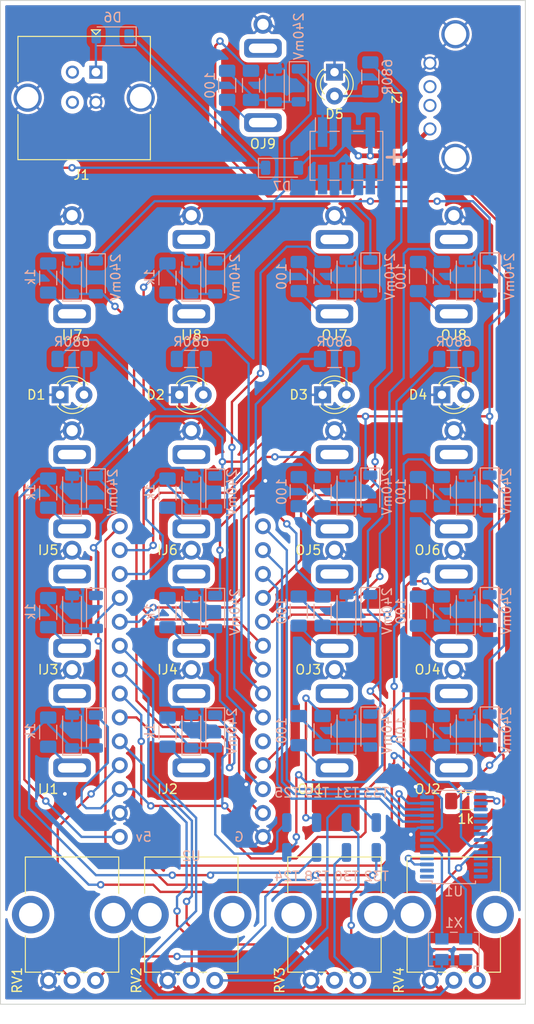
<source format=kicad_pcb>
(kicad_pcb (version 20211014) (generator pcbnew)
  (layers (0 "F.Cu" signal) (31 "B.Cu" signal) (34 "B.Paste" user) (35 "F.Paste" user) (36 "B.SilkS" user "B.Silkscreen") (37 "F.SilkS" user "F.Silkscreen") (38 "B.Mask" user) (39 "F.Mask" user) (44 "Edge.Cuts" user))
  (net 0 "")
  (net 1 "GND")
  (net 2 "Net-(D1-Pad2)")
  (net 3 "Net-(D2-Pad2)")
  (net 4 "Net-(D3-Pad2)")
  (net 5 "Net-(D4-Pad2)")
  (net 6 "Net-(D5-Pad2)")
  (net 7 "+5V")
  (net 8 "Net-(D6-Pad2)")
  (net 9 "Net-(D7-Pad2)")
  (net 10 "/T28")
  (net 11 "+3.3V")
  (net 12 "/T25")
  (net 13 "/Channel_1_Mod_Input/Switch")
  (net 14 "Net-(IJ1-PadT)")
  (net 15 "/Channel_2_Mod_Input/Switch")
  (net 16 "Net-(IJ2-PadT)")
  (net 17 "/Channel_1_Pitch_Input/Switch")
  (net 18 "Net-(IJ3-PadT)")
  (net 19 "/Channel_2_Pitch_Input/Switch")
  (net 20 "Net-(IJ4-PadT)")
  (net 21 "/Channel_1_Trigger_Input/Switch")
  (net 22 "Net-(IJ5-PadT)")
  (net 23 "/Channel_2_Trigger_Input/Switch")
  (net 24 "Net-(IJ6-PadT)")
  (net 25 "/Audio_Input_Left/Switch")
  (net 26 "Net-(IJ7-PadT)")
  (net 27 "/Audio_Input_Right/Switch")
  (net 28 "Net-(IJ8-PadT)")
  (net 31 "Net-(OD1-Pad1)")
  (net 32 "Net-(OD3-Pad1)")
  (net 33 "Net-(OD5-Pad1)")
  (net 34 "Net-(OD7-Pad1)")
  (net 35 "Net-(OD10-Pad2)")
  (net 36 "Net-(OD11-Pad1)")
  (net 37 "Net-(OD13-Pad1)")
  (net 38 "Net-(OD15-Pad1)")
  (net 39 "Net-(OD17-Pad1)")
  (net 40 "/Channel_1_Mod_Output/Switch")
  (net 41 "Net-(OJ1-PadT)")
  (net 42 "/Channel_2_Mod_Output/Switch")
  (net 43 "Net-(OJ2-PadT)")
  (net 44 "/Channel_1_Pitch_Output/Switch")
  (net 45 "Net-(OJ3-PadT)")
  (net 46 "/Channel_2_Pitch_Output/Switch")
  (net 47 "Net-(OJ4-PadT)")
  (net 48 "/Channel_1_Trigger_Output/Switch")
  (net 49 "Net-(OJ5-PadT)")
  (net 50 "/Channel_2_Trigger_Output/Switch")
  (net 51 "Net-(OJ6-PadT)")
  (net 52 "/Audio_Output_Left/Switch")
  (net 53 "Net-(OJ7-PadT)")
  (net 54 "/Audio_Output_Right/Switch")
  (net 55 "Net-(OJ8-PadT)")
  (net 56 "/Clock_Output/Switch")
  (net 57 "Net-(OJ9-PadT)")
  (net 58 "/T29")
  (net 59 "/T24")
  (net 60 "Net-(R1-Pad2)")
  (net 61 "/T32")
  (net 62 "/T23")
  (net 63 "/T33")
  (net 64 "/T22")
  (net 65 "/T30")
  (net 66 "/T19")
  (net 71 "Net-(U1-Pad6)")
  (net 85 "/T31")
  (net 86 "/T18")
  (net 87 "/T16")
  (net 88 "/T21")
  (net 89 "/RXB")
  (net 90 "/T15")
  (net 91 "/T0")
  (net 92 "/T7")
  (net 93 "/TD-")
  (net 94 "/TD+")
  (net 95 "/T17")
  (net 96 "/T20")
  (net 97 "/T14")
  (net 98 "/TXB")
  (net 99 "/T1")
  (net 100 "/T8")
  (net 101 "/TXA")
  (net 102 "/T4")
  (net 103 "/T5")
  (net 104 "/T6")
  (net 105 "/T2")
  (net 106 "/T9")
  (net 107 "/T10")
  (net 108 "/T11")
  (net 109 "/T12")
  (net 110 "/T13")
  (footprint "Perfboard:3.5mm Jack Perfboard" (layer "F.Cu") (at 137.16 114.3)
    (fp_text reference "OJ6")
    (fp_text value "Input")
  )
  (footprint "Perfboard:3.5mm Jack Perfboard" (layer "F.Cu") (at 116.84 71.12)
    (fp_text reference "OJ9")
    (fp_text value "Input")
  )
  (footprint "Potentiometer:Bourns_PTV09A-4020UB103" (layer "F.Cu") (at 124.455 167.64)
    (fp_text reference "RV3")
    (fp_text value "Channel_1_Mod_Output_Gain")
  )
  (footprint "LED_THT:LED_D3.0mm" (layer "F.Cu") (at 135.89 105.41)
    (fp_text reference "D4")
    (fp_text value "LED")
  )
  (footprint "Potentiometer:Bourns_PTV09A-4020UB103" (layer "F.Cu") (at 96.52 167.64)
    (fp_text reference "RV1")
    (fp_text value "Channel_1_Mod_Input_Gain")
  )
  (footprint "Perfboard:3.5mm Jack Perfboard" (layer "F.Cu") (at 137.16 139.7)
    (fp_text reference "OJ2")
    (fp_text value "Input")
  )
  (footprint "Potentiometer:Bourns_PTV09A-4020UB103" (layer "F.Cu") (at 137.155 167.64)
    (fp_text reference "RV4")
    (fp_text value "Channel_2_Mod_Output_Gain")
  )
  (footprint "Perfboard:3.5mm Jack Perfboard" (layer "F.Cu") (at 124.46 127)
    (fp_text reference "OJ3")
    (fp_text value "Input")
  )
  (footprint "Perfboard:3.5mm Jack Perfboard" (layer "F.Cu") (at 137.16 91.44)
    (fp_text reference "OJ8")
    (fp_text value "Input")
  )
  (footprint "Perfboard:3.5mm Jack Perfboard" (layer "F.Cu") (at 109.22 139.7)
    (fp_text reference "IJ2")
    (fp_text value "Input")
  )
  (footprint "Perfboard:3.5mm Jack Perfboard" (layer "F.Cu") (at 124.46 91.44)
    (fp_text reference "OJ7")
    (fp_text value "Input")
  )
  (footprint "LED_THT:LED_D3.0mm" (layer "F.Cu") (at 107.95 105.41)
    (fp_text reference "D2")
    (fp_text value "LED")
  )
  (footprint "Perfboard:3.5mm Jack Perfboard" (layer "F.Cu") (at 96.52 127)
    (fp_text reference "IJ3")
    (fp_text value "Input")
  )
  (footprint "Perfboard:3.5mm Jack Perfboard" (layer "F.Cu") (at 124.46 114.3)
    (fp_text reference "OJ5")
    (fp_text value "Input")
  )
  (footprint "LED_THT:LED_D3.0mm" (layer "F.Cu") (at 123.19 105.41)
    (fp_text reference "D3")
    (fp_text value "LED")
  )
  (footprint "LED_THT:LED_D3.0mm" (layer "F.Cu") (at 124.46 71.12 -90)
    (fp_text reference "D5")
    (fp_text value "LED")
  )
  (footprint "Perfboard:3.5mm Jack Perfboard" (layer "F.Cu") (at 137.16 127)
    (fp_text reference "OJ4")
    (fp_text value "Input")
  )
  (footprint "Connector_USB:USB_B_TE_5787834_Vertical" (layer "F.Cu") (at 99.06 71.12)
    (fp_text reference "J1")
    (fp_text value "USB_B")
  )
  (footprint "Potentiometer:Bourns_PTV09A-4020UB103" (layer "F.Cu") (at 109.215 167.64)
    (fp_text reference "RV2")
    (fp_text value "Channel_2_Mod_Input_Gain")
  )
  (footprint "Perfboard:3.5mm Jack Perfboard" (layer "F.Cu") (at 124.46 139.7)
    (fp_text reference "OJ1")
    (fp_text value "Input")
  )
  (footprint "Perfboard:3.5mm Jack Perfboard" (layer "F.Cu") (at 96.52 114.3)
    (fp_text reference "IJ5")
    (fp_text value "Input")
  )
  (footprint "Perfboard:3.5mm Jack Perfboard" (layer "F.Cu") (at 96.52 139.7)
    (fp_text reference "IJ1")
    (fp_text value "Input")
  )
  (footprint "Teensy:USB_A_Upright" (layer "F.Cu") (at 132.08 73.66 -90)
    (fp_text reference "J2")
    (fp_text value "USB_A")
  )
  (footprint "Perfboard:3.5mm Jack Perfboard" (layer "F.Cu") (at 109.22 91.44)
    (fp_text reference "IJ8")
    (fp_text value "Input")
  )
  (footprint "Perfboard:3.5mm Jack Perfboard" (layer "F.Cu") (at 109.22 114.3)
    (fp_text reference "IJ6")
    (fp_text value "Input")
  )
  (footprint "Perfboard:3.5mm Jack Perfboard" (layer "F.Cu") (at 109.22 127)
    (fp_text reference "IJ4")
    (fp_text value "Input")
  )
  (footprint "LED_THT:LED_D3.0mm" (layer "F.Cu") (at 95.25 105.41)
    (fp_text reference "D1")
    (fp_text value "LED")
  )
  (footprint "Perfboard:3.5mm Jack Perfboard" (layer "F.Cu") (at 96.52 91.44)
    (fp_text reference "IJ7")
    (fp_text value "Input")
  )
  (footprint "Resistor_SMD:R_1206_3216Metric_Pad1.30x1.75mm_HandSolder" (layer "F.Cu") (at 138.43 148.59)
    (fp_text reference "R1" hide)
    (fp_text value "1k")
  )
  (footprint "Oscillator:Oscillator_SMD_EuroQuartz_XO53-4Pin_5.0x3.2mm" (layer "B.Cu") (at 137.16 164.338 180)
    (fp_text reference "X1")
    (fp_text value "XO53")
  )
  (footprint "Misc:D_SOD-123 Handsolder" (layer "B.Cu") (at 96.52 141.193 90)
    (fp_text reference "ID1" hide)
    (fp_text value "240mV")
  )
  (footprint "Misc:D_SOD-123 Handsolder" (layer "B.Cu") (at 120.65 72.52 -90)
    (fp_text reference "OD18" hide)
    (fp_text value "240mV")
  )
  (footprint "Misc:D_SOD-123 Handsolder" (layer "B.Cu") (at 138.43 141.1 90)
    (fp_text reference "OD3" hide)
    (fp_text value "240mV")
  )
  (footprint "Connector_PinHeader_2.54mm:PinHeader_2x03_P2.54mm_Vertical_SMD" (layer "B.Cu") (at 125.73 80.01 -90)
    (fp_text reference "J3" hide)
    (fp_text value "Power_Connector_2x3")
  )
  (footprint "Misc:D_SOD-123 Handsolder" (layer "B.Cu") (at 125.73 92.84 90)
    (fp_text reference "OD13" hide)
    (fp_text value "240mV")
  )
  (footprint "Package_SO:TSSOP-28_4.4x9.7mm_P0.65mm" (layer "B.Cu") (at 137.16 152.4)
    (fp_text reference "U1")
    (fp_text value "SC16IS762IPW")
  )
  (footprint "Misc:D_SOD-123 Handsolder" (layer "B.Cu") (at 100.838 67.31 180)
    (fp_text reference "D6")
    (fp_text value "240mV")
  )
  (footprint "Misc:D_SOD-123 Handsolder" (layer "B.Cu") (at 109.22 115.793 90)
    (fp_text reference "ID11" hide)
    (fp_text value "240mV")
  )
  (footprint "Misc:D_SOD-123 Handsolder" (layer "B.Cu") (at 109.22 128.493 90)
    (fp_text reference "ID7" hide)
    (fp_text value "240mV")
  )
  (footprint "Misc:D_SOD-123 Handsolder" (layer "B.Cu") (at 125.73 141.1 90)
    (fp_text reference "OD1" hide)
    (fp_text value "240mV")
  )
  (footprint "Resistor_SMD:R_1206_3216Metric_Pad1.30x1.75mm_HandSolder" (layer "B.Cu") (at 115.57 72.52 90)
    (fp_text reference "OR18" hide)
    (fp_text value "900" hide)
  )
  (footprint "Misc:D_SOD-123 Handsolder" (layer "B.Cu") (at 111.76 92.933 -90)
    (fp_text reference "ID16" hide)
    (fp_text value "240mV")
  )
  (footprint "Resistor_SMD:R_1206_3216Metric_Pad1.30x1.75mm_HandSolder" (layer "B.Cu") (at 113.03 72.52 90)
    (fp_text reference "OR17" hide)
    (fp_text value "100")
  )
  (footprint "Resistor_SMD:R_1206_3216Metric_Pad1.30x1.75mm_HandSolder" (layer "B.Cu") (at 96.52 101.6)
    (fp_text reference "R2" hide)
    (fp_text value "680R")
  )
  (footprint "Misc:D_SOD-123 Handsolder" (layer "B.Cu") (at 99.06 128.493 -90)
    (fp_text reference "ID6" hide)
    (fp_text value "240mV" hide)
  )
  (footprint "Teensy:Teensy 4.0 horizontal" (layer "B.Cu") (at 109.22 154.94 180)
    (fp_text reference "U2")
    (fp_text value "Teensy4.0")
  )
  (footprint "Resistor_SMD:R_1206_3216Metric_Pad1.30x1.75mm_HandSolder" (layer "B.Cu") (at 120.65 128.4 90)
    (fp_text reference "OR5" hide)
    (fp_text value "100")
  )
  (footprint "Teensy:Teensy 4.0 back pins" (layer "B.Cu") (at 124.46 152.4 90)
    (fp_text reference "U2" hide)
    (fp_text value "Teensy4.0" hide)
  )
  (footprint "Misc:D_SOD-123 Handsolder" (layer "B.Cu") (at 109.22 141.193 90)
    (fp_text reference "ID3" hide)
    (fp_text value "240mV")
  )
  (footprint "Misc:D_SOD-123 Handsolder" (layer "B.Cu") (at 99.06 141.193 -90)
    (fp_text reference "ID2" hide)
    (fp_text value "240mV" hide)
  )
  (footprint "Resistor_SMD:R_1206_3216Metric_Pad1.30x1.75mm_HandSolder" (layer "B.Cu") (at 109.22 101.6)
    (fp_text reference "R3" hide)
    (fp_text value "680R")
  )
  (footprint "Resistor_SMD:R_1206_3216Metric_Pad1.30x1.75mm_HandSolder" (layer "B.Cu") (at 93.98 93 90)
    (fp_text reference "IR7" hide)
    (fp_text value "1k")
  )
  (footprint "Misc:D_SOD-123 Handsolder" (layer "B.Cu") (at 140.97 115.7 -90)
    (fp_text reference "OD12" hide)
    (fp_text value "240mV")
  )
  (footprint "Misc:D_SOD-123 Handsolder" (layer "B.Cu") (at 99.06 115.793 -90)
    (fp_text reference "ID10" hide)
    (fp_text value "240mV")
  )
  (footprint "Resistor_SMD:R_1206_3216Metric_Pad1.30x1.75mm_HandSolder" (layer "B.Cu") (at 124.46 101.6)
    (fp_text reference "R4" hide)
    (fp_text value "680R")
  )
  (footprint "Misc:D_SOD-123 Handsolder" (layer "B.Cu") (at 128.27 115.7 -90)
    (fp_text reference "OD10" hide)
    (fp_text value "240mV")
  )
  (footprint "Resistor_SMD:R_1206_3216Metric_Pad1.30x1.75mm_HandSolder" (layer "B.Cu") (at 123.19 115.7 90)
    (fp_text reference "OR10" hide)
    (fp_text value "900" hide)
  )
  (footprint "Resistor_SMD:R_1206_3216Metric_Pad1.30x1.75mm_HandSolder" (layer "B.Cu") (at 106.68 93 90)
    (fp_text reference "IR8" hide)
    (fp_text value "1k")
  )
  (footprint "Resistor_SMD:R_1206_3216Metric_Pad1.30x1.75mm_HandSolder" (layer "B.Cu") (at 123.19 92.84 90)
    (fp_text reference "OR14" hide)
    (fp_text value "900" hide)
  )
  (footprint "Misc:D_SOD-123 Handsolder" (layer "B.Cu") (at 96.52 92.933 90)
    (fp_text reference "ID13" hide)
    (fp_text value "240mV")
  )
  (footprint "Resistor_SMD:R_1206_3216Metric_Pad1.30x1.75mm_HandSolder" (layer "B.Cu") (at 120.65 115.7 90)
    (fp_text reference "OR9" hide)
    (fp_text value "100")
  )
  (footprint "Resistor_SMD:R_1206_3216Metric_Pad1.30x1.75mm_HandSolder" (layer "B.Cu") (at 106.68 128.56 90)
    (fp_text reference "IR4" hide)
    (fp_text value "1k")
  )
  (footprint "Misc:D_SOD-123 Handsolder" (layer "B.Cu") (at 140.97 92.84 -90)
    (fp_text reference "OD16" hide)
    (fp_text value "240mV")
  )
  (footprint "Misc:D_SOD-123 Handsolder" (layer "B.Cu") (at 138.43 128.4 90)
    (fp_text reference "OD7" hide)
    (fp_text value "240mV")
  )
  (footprint "Resistor_SMD:R_1206_3216Metric_Pad1.30x1.75mm_HandSolder" (layer "B.Cu") (at 120.65 92.84 90)
    (fp_text reference "OR13" hide)
    (fp_text value "100")
  )
  (footprint "Resistor_SMD:R_1206_3216Metric_Pad1.30x1.75mm_HandSolder" (layer "B.Cu") (at 137.16 101.6)
    (fp_text reference "R5" hide)
    (fp_text value "680R")
  )
  (footprint "Resistor_SMD:R_1206_3216Metric_Pad1.30x1.75mm_HandSolder" (layer "B.Cu") (at 93.98 128.56 90)
    (fp_text reference "IR3" hide)
    (fp_text value "1k")
  )
  (footprint "Misc:D_SOD-123 Handsolder" (layer "B.Cu") (at 128.27 128.4 -90)
    (fp_text reference "OD6" hide)
    (fp_text value "240mV")
  )
  (footprint "Misc:D_SOD-123 Handsolder" (layer "B.Cu") (at 128.27 92.84 -90)
    (fp_text reference "OD14" hide)
    (fp_text value "240mV")
  )
  (footprint "Misc:D_SOD-123 Handsolder" (layer "B.Cu") (at 140.97 141.1 -90)
    (fp_text reference "OD4" hide)
    (fp_text value "240mV")
  )
  (footprint "Misc:D_SOD-123 Handsolder" (layer "B.Cu") (at 140.97 128.4 -90)
    (fp_text reference "OD8" hide)
    (fp_text value "240mV")
  )
  (footprint "Resistor_SMD:R_1206_3216Metric_Pad1.30x1.75mm_HandSolder" (layer "B.Cu") (at 133.35 141.1 90)
    (fp_text reference "OR3" hide)
    (fp_text value "100")
  )
  (footprint "Resistor_SMD:R_1206_3216Metric_Pad1.30x1.75mm_HandSolder" (layer "B.Cu") (at 128.27 71.628 -90)
    (fp_text reference "R6" hide)
    (fp_text value "680R")
  )
  (footprint "Resistor_SMD:R_1206_3216Metric_Pad1.30x1.75mm_HandSolder" (layer "B.Cu") (at 123.19 128.4 90)
    (fp_text reference "OR6" hide)
    (fp_text value "900" hide)
  )
  (footprint "Misc:D_SOD-123 Handsolder" (layer "B.Cu") (at 128.27 141.1 -90)
    (fp_text reference "OD2" hide)
    (fp_text value "240mV")
  )
  (footprint "Misc:D_SOD-123 Handsolder" (layer "B.Cu") (at 111.76 115.793 -90)
    (fp_text reference "ID12" hide)
    (fp_text value "240mV")
  )
  (footprint "Resistor_SMD:R_1206_3216Metric_Pad1.30x1.75mm_HandSolder" (layer "B.Cu") (at 120.65 141.1 90)
    (fp_text reference "OR1" hide)
    (fp_text value "100")
  )
  (footprint "Misc:D_SOD-123 Handsolder" (layer "B.Cu") (at 125.73 115.7 90)
    (fp_text reference "OD9" hide)
    (fp_text value "240mV")
  )
  (footprint "Misc:D_SOD-123 Handsolder" (layer "B.Cu") (at 138.43 115.7 90)
    (fp_text reference "OD11" hide)
    (fp_text value "240mV")
  )
  (footprint "Resistor_SMD:R_1206_3216Metric_Pad1.30x1.75mm_HandSolder" (layer "B.Cu") (at 106.68 141.26 90)
    (fp_text reference "IR2" hide)
    (fp_text value "1k")
  )
  (footprint "Misc:D_SOD-123 Handsolder" (layer "B.Cu") (at 111.76 128.493 -90)
    (fp_text reference "ID8" hide)
    (fp_text value "240mV")
  )
  (footprint "Resistor_SMD:R_1206_3216Metric_Pad1.30x1.75mm_HandSolder" (layer "B.Cu") (at 93.98 141.26 90)
    (fp_text reference "IR1" hide)
    (fp_text value "1k")
  )
  (footprint "Resistor_SMD:R_1206_3216Metric_Pad1.30x1.75mm_HandSolder" (layer "B.Cu") (at 135.89 92.84 90)
    (fp_text reference "OR16" hide)
    (fp_text value "900" hide)
  )
  (footprint "Resistor_SMD:R_1206_3216Metric_Pad1.30x1.75mm_HandSolder" (layer "B.Cu") (at 135.89 141.1 90)
    (fp_text reference "OR4" hide)
    (fp_text value "900" hide)
  )
  (footprint "Resistor_SMD:R_1206_3216Metric_Pad1.30x1.75mm_HandSolder" (layer "B.Cu") (at 135.89 115.7 90)
    (fp_text reference "OR12" hide)
    (fp_text value "900" hide)
  )
  (footprint "Resistor_SMD:R_1206_3216Metric_Pad1.30x1.75mm_HandSolder" (layer "B.Cu") (at 133.35 115.7 90)
    (fp_text reference "OR11" hide)
    (fp_text value "100")
  )
  (footprint "Misc:D_SOD-123 Handsolder" (layer "B.Cu") (at 138.43 92.84 90)
    (fp_text reference "OD15" hide)
    (fp_text value "240mV")
  )
  (footprint "Resistor_SMD:R_1206_3216Metric_Pad1.30x1.75mm_HandSolder" (layer "B.Cu") (at 133.35 92.84 90)
    (fp_text reference "OR15" hide)
    (fp_text value "100")
  )
  (footprint "Misc:D_SOD-123 Handsolder" (layer "B.Cu") (at 96.52 115.793 90)
    (fp_text reference "ID9" hide)
    (fp_text value "240mV")
  )
  (footprint "Resistor_SMD:R_1206_3216Metric_Pad1.30x1.75mm_HandSolder" (layer "B.Cu") (at 93.98 115.86 90)
    (fp_text reference "IR5" hide)
    (fp_text value "1k")
  )
  (footprint "Misc:D_SOD-123 Handsolder" (layer "B.Cu") (at 111.76 141.193 -90)
    (fp_text reference "ID4" hide)
    (fp_text value "240mV")
  )
  (footprint "Misc:D_SOD-123 Handsolder" (layer "B.Cu") (at 118.11 72.52 90)
    (fp_text reference "OD17" hide)
    (fp_text value "240mV")
  )
  (footprint "Resistor_SMD:R_1206_3216Metric_Pad1.30x1.75mm_HandSolder" (layer "B.Cu") (at 123.19 141.1 90)
    (fp_text reference "OR2" hide)
    (fp_text value "900" hide)
  )
  (footprint "Misc:D_SOD-123 Handsolder" (layer "B.Cu") (at 118.872 81.28)
    (fp_text reference "D7")
    (fp_text value "240mV")
  )
  (footprint "Misc:D_SOD-123 Handsolder" (layer "B.Cu") (at 99.06 92.933 -90)
    (fp_text reference "ID14" hide)
    (fp_text value "240mV")
  )
  (footprint "Misc:D_SOD-123 Handsolder" (layer "B.Cu") (at 96.52 128.493 90)
    (fp_text reference "ID5" hide)
    (fp_text value "240mV")
  )
  (footprint "Resistor_SMD:R_1206_3216Metric_Pad1.30x1.75mm_HandSolder" (layer "B.Cu") (at 106.68 115.86 90)
    (fp_text reference "IR6" hide)
    (fp_text value "1k")
  )
  (footprint "Resistor_SMD:R_1206_3216Metric_Pad1.30x1.75mm_HandSolder" (layer "B.Cu") (at 133.35 128.4 90)
    (fp_text reference "OR7" hide)
    (fp_text value "100")
  )
  (footprint "Misc:D_SOD-123 Handsolder" (layer "B.Cu") (at 125.73 128.4 90)
    (fp_text reference "OD5" hide)
    (fp_text value "240mV")
  )
  (footprint "Misc:D_SOD-123 Handsolder" (layer "B.Cu") (at 109.22 92.933 90)
    (fp_text reference "ID15" hide)
    (fp_text value "240mV")
  )
  (footprint "Resistor_SMD:R_1206_3216Metric_Pad1.30x1.75mm_HandSolder" (layer "B.Cu") (at 135.89 128.4 90)
    (fp_text reference "OR8" hide)
    (fp_text value "900" hide)
  )
  (gr_line (start 88.9 170.18) (end 144.78 170.18) (layer "Edge.Cuts") (width 0.1))
  (gr_line (start 144.78 170.18) (end 144.78 63.5) (layer "Edge.Cuts") (width 0.1))
  (gr_line (start 144.78 63.5) (end 88.9 63.5) (layer "Edge.Cuts") (width 0.1))
  (gr_line (start 88.9 63.5) (end 88.9 170.18) (layer "Edge.Cuts") (width 0.1))
  (gr_text "+" (at 130.81 80.01) (layer "B.SilkS") (effects (font (size 2 2) (thickness 0.3)) (justify mirror)))
  (via (at 115.062 146.812) (size 0.8) (drill 0.4) (layers "F.Cu" "B.Cu") (net 1))
  (via (at 133.096 147.066) (size 0.8) (drill 0.4) (layers "F.Cu" "B.Cu") (net 1))
  (via (at 132.588 152.146) (size 0.8) (drill 0.4) (layers "F.Cu" "B.Cu") (net 1))
  (via (at 95.758 147.828) (size 0.8) (drill 0.4) (layers "F.Cu" "B.Cu") (net 1))
  (via (at 117.094 114.554) (size 0.8) (drill 0.4) (layers "F.Cu" "B.Cu") (net 1))
  (segment (start 138.06 86.36) (end 137.16 86.36) (width 0.25) (layer "B.Cu") (net 1))
  (segment (start 138.43 114.3) (end 138.44 114.3) (width 0.25) (layer "B.Cu") (net 1))
  (segment (start 139.84 138.3) (end 139.84 136.4) (width 0.25) (layer "B.Cu") (net 1))
  (segment (start 139.84 125.6) (end 139.84 123.7) (width 0.25) (layer "B.Cu") (net 1))
  (segment (start 125.74 139.7) (end 127.14 138.3) (width 0.25) (layer "B.Cu") (net 1))
  (segment (start 108.204 109.22) (end 109.22 109.22) (width 0.25) (layer "B.Cu") (net 1))
  (segment (start 107.0864 113.1824) (end 106.426 112.522) (width 0.25) (layer "B.Cu") (net 1))
  (segment (start 93.726 125.222) (end 93.726 123.698) (width 0.25) (layer "B.Cu") (net 1))
  (segment (start 125.73 127) (end 125.74 127) (width 0.25) (layer "B.Cu") (net 1))
  (segment (start 125.74 91.44) (end 127.14 90.04) (width 0.25) (layer "B.Cu") (net 1))
  (segment (start 109.22 114.043) (end 108.3594 113.1824) (width 0.25) (layer "B.Cu") (net 1))
  (segment (start 138.43 139.7) (end 138.44 139.7) (width 0.25) (layer "B.Cu") (net 1))
  (segment (start 95.6594 90.3224) (end 94.3864 90.3224) (width 0.25) (layer "B.Cu") (net 1))
  (segment (start 138.43 91.44) (end 138.44 91.44) (width 0.25) (layer "B.Cu") (net 1))
  (segment (start 140.0225 152.725) (end 141.28 152.725) (width 0.25) (layer "B.Cu") (net 1))
  (segment (start 127.14 125.6) (end 127.14 123.7) (width 0.25) (layer "B.Cu") (net 1))
  (segment (start 95.504 134.62) (end 96.52 134.62) (width 0.25) (layer "B.Cu") (net 1))
  (segment (start 96.52 126.743) (end 95.6594 125.8824) (width 0.25) (layer "B.Cu") (net 1))
  (segment (start 94.3864 90.3224) (end 93.726 89.662) (width 0.25) (layer "B.Cu") (net 1))
  (segment (start 127.14 138.3) (end 127.14 136.4) (width 0.25) (layer "B.Cu") (net 1))
  (segment (start 109.22 139.443) (end 108.3594 138.5824) (width 0.25) (layer "B.Cu") (net 1))
  (segment (start 134.2975 148.175) (end 134.205 148.175) (width 0.25) (layer "B.Cu") (net 1))
  (segment (start 96.52 114.043) (end 95.6594 113.1824) (width 0.25) (layer "B.Cu") (net 1))
  (segment (start 108.3594 138.5824) (end 107.0864 138.5824) (width 0.25) (layer "B.Cu") (net 1))
  (segment (start 106.426 137.922) (end 106.426 136.398) (width 0.25) (layer "B.Cu") (net 1))
  (segment (start 125.36 86.36) (end 124.46 86.36) (width 0.25) (layer "B.Cu") (net 1))
  (segment (start 106.426 123.698) (end 108.204 121.92) (width 0.25) (layer "B.Cu") (net 1))
  (segment (start 93.726 88.138) (end 95.504 86.36) (width 0.25) (layer "B.Cu") (net 1))
  (segment (start 138.44 127) (end 139.84 125.6) (width 0.25) (layer "B.Cu") (net 1))
  (segment (start 107.0864 138.5824) (end 106.426 137.922) (width 0.25) (layer "B.Cu") (net 1))
  (segment (start 93.726 137.922) (end 93.726 136.398) (width 0.25) (layer "B.Cu") (net 1))
  (segment (start 127.14 123.7) (end 125.36 121.92) (width 0.25) (layer "B.Cu") (net 1))
  (segment (start 95.6594 113.1824) (end 94.3864 113.1824) (width 0.25) (layer "B.Cu") (net 1))
  (segment (start 138.44 114.3) (end 139.84 112.9) (width 0.25) (layer "B.Cu") (net 1))
  (segment (start 133.309 151.425) (end 134.2975 151.425) (width 0.25) (layer "B.Cu") (net 1))
  (segment (start 96.52 91.183) (end 95.6594 90.3224) (width 0.25) (layer "B.Cu") (net 1))
  (segment (start 94.3864 125.8824) (end 93.726 125.222) (width 0.25) (layer "B.Cu") (net 1))
  (segment (start 95.504 121.92) (end 96.52 121.92) (width 0.25) (layer "B.Cu") (net 1))
  (segment (start 106.426 110.998) (end 108.204 109.22) (width 0.25) (layer "B.Cu") (net 1))
  (segment (start 95.504 109.22) (end 96.52 109.22) (width 0.25) (layer "B.Cu") (net 1))
  (segment (start 107.0864 125.8824) (end 106.426 125.222) (width 0.25) (layer "B.Cu") (net 1))
  (segment (start 93.726 89.662) (end 93.726 88.138) (width 0.25) (layer "B.Cu") (net 1))
  (segment (start 138.06 109.22) (end 137.16 109.22) (width 0.25) (layer "B.Cu") (net 1))
  (segment (start 95.6594 125.8824) (end 94.3864 125.8824) (width 0.25) (layer "B.Cu") (net 1))
  (segment (start 139.84 136.4) (end 138.06 134.62) (width 0.25) (layer "B.Cu") (net 1))
  (segment (start 127.14 88.14) (end 125.36 86.36) (width 0.25) (layer "B.Cu") (net 1))
  (segment (start 139.84 90.04) (end 139.84 88.14) (width 0.25) (layer "B.Cu") (net 1))
  (segment (start 138.44 139.7) (end 139.84 138.3) (width 0.25) (layer "B.Cu") (net 1))
  (segment (start 134.205 148.175) (end 133.096 147.066) (width 0.25) (layer "B.Cu") (net 1))
  (segment (start 108.204 86.36) (end 109.22 86.36) (width 0.25) (layer "B.Cu") (net 1))
  (segment (start 127.14 112.9) (end 127.14 111) (width 0.25) (layer "B.Cu") (net 1))
  (segment (start 139.84 112.9) (end 139.84 111) (width 0.25) (layer "B.Cu") (net 1))
  (segment (start 106.426 112.522) (end 106.426 110.998) (width 0.25) (layer "B.Cu") (net 1))
  (segment (start 127.14 136.4) (end 125.36 134.62) (width 0.25) (layer "B.Cu") (net 1))
  (segment (start 108.3594 125.8824) (end 107.0864 125.8824) (width 0.25) (layer "B.Cu") (net 1))
  (segment (start 118.11 70.77) (end 119.52 69.36) (width 0.25) (layer "B.Cu") (net 1))
  (segment (start 125.36 121.92) (end 124.46 121.92) (width 0.25) (layer "B.Cu") (net 1))
  (segment (start 108.204 134.62) (end 109.22 134.62) (width 0.25) (layer "B.Cu") (net 1))
  (segment (start 119.52 69.36) (end 119.52 67.82) (width 0.25) (layer "B.Cu") (net 1))
  (segment (start 109.22 91.183) (end 108.3594 90.3224) (width 0.25) (layer "B.Cu") (net 1))
  (segment (start 138.06 121.92) (end 137.16 121.92) (width 0.25) (layer "B.Cu") (net 1))
  (segment (start 107.0864 90.3224) (end 106.426 89.662) (width 0.25) (layer "B.Cu") (net 1))
  (segment (start 138.43 127) (end 138.44 127) (width 0.25) (layer "B.Cu") (net 1))
  (segment (start 139.84 88.14) (end 138.06 86.36) (width 0.25) (layer "B.Cu") (net 1))
  (segment (start 106.426 89.662) (end 106.426 88.138) (width 0.25) (layer "B.Cu") (net 1))
  (segment (start 106.426 125.222) (end 106.426 123.698) (width 0.25) (layer "B.Cu") (net 1))
  (segment (start 125.36 109.22) (end 124.46 109.22) (width 0.25) (layer "B.Cu") (net 1))
  (segment (start 119.52 67.82) (end 117.74 66.04) (width 0.25) (layer "B.Cu") (net 1))
  (segment (start 139.84 111) (end 138.06 109.22) (width 0.25) (layer "B.Cu") (net 1))
  (segment (start 127.14 111) (end 125.36 109.22) (width 0.25) (layer "B.Cu") (net 1))
  (segment (start 125.74 114.3) (end 127.14 112.9) (width 0.25) (layer "B.Cu") (net 1))
  (segment (start 127.14 90.04) (end 127.14 88.14) (width 0.25) (layer "B.Cu") (net 1))
  (segment (start 125.36 134.62) (end 124.46 134.62) (width 0.25) (layer "B.Cu") (net 1))
  (segment (start 108.3594 113.1824) (end 107.0864 113.1824) (width 0.25) (layer "B.Cu") (net 1))
  (segment (start 94.3864 138.5824) (end 93.726 137.922) (width 0.25) (layer "B.Cu") (net 1))
  (segment (start 93.726 136.398) (end 95.504 134.62) (width 0.25) (layer "B.Cu") (net 1))
  (segment (start 94.3864 113.1824) (end 93.726 112.522) (width 0.25) (layer "B.Cu") (net 1))
  (segment (start 96.52 139.443) (end 95.6594 138.5824) (width 0.25) (layer "B.Cu") (net 1))
  (segment (start 95.6594 138.5824) (end 94.3864 138.5824) (width 0.25) (layer "B.Cu") (net 1))
  (segment (start 118.11 71.12) (end 118.12 71.12) (width 0.25) (layer "B.Cu") (net 1))
  (segment (start 132.588 152.146) (end 133.309 151.425) (width 0.25) (layer "B.Cu") (net 1))
  (segment (start 125.73 91.44) (end 125.74 91.44) (width 0.25) (layer "B.Cu") (net 1))
  (segment (start 93.726 123.698) (end 95.504 121.92) (width 0.25) (layer "B.Cu") (net 1))
  (segment (start 93.726 110.998) (end 95.504 109.22) (width 0.25) (layer "B.Cu") (net 1))
  (segment (start 108.3594 90.3224) (end 107.0864 90.3224) (width 0.25) (layer "B.Cu") (net 1))
  (segment (start 93.726 112.522) (end 93.726 110.998) (width 0.25) (layer "B.Cu") (net 1))
  (segment (start 106.426 136.398) (end 108.204 134.62) (width 0.25) (layer "B.Cu") (net 1))
  (segment (start 138.06 134.62) (end 137.16 134.62) (width 0.25) (layer "B.Cu") (net 1))
  (segment (start 106.426 88.138) (end 108.204 86.36) (width 0.25) (layer "B.Cu") (net 1))
  (segment (start 125.73 139.7) (end 125.74 139.7) (width 0.25) (layer "B.Cu") (net 1))
  (segment (start 117.74 66.04) (end 116.84 66.04) (width 0.25) (layer "B.Cu") (net 1))
  (segment (start 125.74 127) (end 127.14 125.6) (width 0.25) (layer "B.Cu") (net 1))
  (segment (start 109.22 126.743) (end 108.3594 125.8824) (width 0.25) (layer "B.Cu") (net 1))
  (segment (start 141.28 152.725) (end 141.605 152.4) (width 0.25) (layer "B.Cu") (net 1))
  (segment (start 139.84 123.7) (end 138.06 121.92) (width 0.25) (layer "B.Cu") (net 1))
  (segment (start 125.73 114.3) (end 125.74 114.3) (width 0.25) (layer "B.Cu") (net 1))
  (segment (start 108.204 121.92) (end 109.22 121.92) (width 0.25) (layer "B.Cu") (net 1))
  (segment (start 138.44 91.44) (end 139.84 90.04) (width 0.25) (layer "B.Cu") (net 1))
  (segment (start 95.504 86.36) (end 96.52 86.36) (width 0.25) (layer "B.Cu") (net 1))
  (segment (start 97.79 105.41) (end 97.79 101.88) (width 0.25) (layer "B.Cu") (net 2))
  (segment (start 97.79 101.88) (end 98.07 101.6) (width 0.25) (layer "B.Cu") (net 2))
  (segment (start 110.49 105.41) (end 110.49 101.88) (width 0.25) (layer "B.Cu") (net 3))
  (segment (start 110.49 101.88) (end 110.77 101.6) (width 0.25) (layer "B.Cu") (net 3))
  (segment (start 125.73 105.41) (end 125.73 101.88) (width 0.25) (layer "B.Cu") (net 4))
  (segment (start 125.73 101.88) (end 126.01 101.6) (width 0.25) (layer "B.Cu") (net 4))
  (segment (start 138.43 101.88) (end 138.71 101.6) (width 0.25) (layer "B.Cu") (net 5))
  (segment (start 138.43 105.41) (end 138.43 101.88) (width 0.25) (layer "B.Cu") (net 5))
  (segment (start 127.788 73.66) (end 128.27 73.178) (width 0.25) (layer "B.Cu") (net 6))
  (segment (start 124.46 73.66) (end 127.788 73.66) (width 0.25) (layer "B.Cu") (net 6))
  (segment (start 96.52 81.28) (end 95.504 81.28) (width 0.25) (layer "F.Cu") (net 7))
  (segment (start 95.504 81.28) (end 91.44 85.344) (width 0.25) (layer "F.Cu") (net 7))
  (segment (start 91.44 85.344) (end 91.44 146.304) (width 0.25) (layer "F.Cu") (net 7))
  (segment (start 91.44 146.304) (end 93.726 148.59) (width 0.25) (layer "F.Cu") (net 7))
  (via (at 96.52 81.28) (size 0.8) (drill 0.4) (layers "F.Cu" "B.Cu") (net 7))
  (via (at 93.726 148.59) (size 0.8) (drill 0.4) (layers "F.Cu" "B.Cu") (net 7))
  (segment (start 97.536 152.4) (end 93.726 148.59) (width 0.25) (layer "B.Cu") (net 7))
  (segment (start 116.84 81.28) (end 117.122 81.28) (width 0.25) (layer "B.Cu") (net 7))
  (segment (start 101.6 152.4) (end 97.536 152.4) (width 0.25) (layer "B.Cu") (net 7))
  (segment (start 102.87 67.31) (end 116.84 81.28) (width 0.25) (layer "B.Cu") (net 7))
  (segment (start 117.122 81.28) (end 96.52 81.28) (width 0.25) (layer "B.Cu") (net 7))
  (segment (start 102.588 67.31) (end 102.87 67.31) (width 0.25) (layer "B.Cu") (net 7))
  (segment (start 99.06 67.434) (end 99.184 67.31) (width 0.25) (layer "B.Cu") (net 8))
  (segment (start 99.06 67.338) (end 99.088 67.31) (width 0.25) (layer "B.Cu") (net 8))
  (segment (start 99.06 71.12) (end 99.06 67.338) (width 0.25) (layer "B.Cu") (net 8))
  (segment (start 134.62 77.16) (end 131.77 80.01) (width 0.5) (layer "F.Cu") (net 9))
  (segment (start 131.77 80.01) (end 128.27 80.01) (width 0.5) (layer "F.Cu") (net 9))
  (segment (start 127 80.01) (end 128.27 80.01) (width 0.5) (layer "F.Cu") (net 9))
  (via (at 127 80.01) (size 0.8) (drill 0.4) (layers "F.Cu" "B.Cu") (net 9))
  (via (at 128.27 80.01) (size 0.8) (drill 0.4) (layers "F.Cu" "B.Cu") (net 9))
  (segment (start 128.27 80.01) (end 128.27 77.485) (width 0.5) (layer "B.Cu") (net 9))
  (segment (start 120.65 81.28) (end 121.92 80.01) (width 0.25) (layer "B.Cu") (net 9))
  (segment (start 124.46 80.01) (end 125.73 78.74) (width 0.25) (layer "B.Cu") (net 9))
  (segment (start 125.73 77.485) (end 128.27 77.485) (width 0.5) (layer "B.Cu") (net 9))
  (segment (start 125.73 78.74) (end 125.73 77.485) (width 0.25) (layer "B.Cu") (net 9))
  (segment (start 127 80.01) (end 125.73 78.74) (width 0.5) (layer "B.Cu") (net 9))
  (segment (start 121.92 80.01) (end 124.46 80.01) (width 0.25) (layer "B.Cu") (net 9))
  (segment (start 107.188 156.464) (end 111.252 156.464) (width 0.25) (layer "F.Cu") (net 10))
  (via (at 107.188 156.464) (size 0.8) (drill 0.4) (layers "F.Cu" "B.Cu") (net 10))
  (via (at 111.252 156.464) (size 0.8) (drill 0.4) (layers "F.Cu" "B.Cu") (net 10))
  (segment (start 91.948 149.352) (end 91.948 141.732) (width 0.25) (layer "B.Cu") (net 10))
  (segment (start 96.52 142.943) (end 99.06 142.943) (width 0.25) (layer "B.Cu") (net 10))
  (segment (start 107.188 156.464) (end 99.06 156.464) (width 0.25) (layer "B.Cu") (net 10))
  (segment (start 120.65 156.21) (end 122.555 154.305) (width 0.25) (layer "B.Cu") (net 10))
  (segment (start 111.252 156.464) (end 111.506 156.21) (width 0.25) (layer "B.Cu") (net 10))
  (segment (start 99.06 156.464) (end 91.948 149.352) (width 0.25) (layer "B.Cu") (net 10))
  (segment (start 122.555 154.305) (end 122.555 154.051) (width 0.25) (layer "B.Cu") (net 10))
  (segment (start 93.98 140.403) (end 96.52 142.943) (width 0.25) (layer "B.Cu") (net 10))
  (segment (start 93.98 139.71) (end 93.98 140.403) (width 0.25) (layer "B.Cu") (net 10))
  (segment (start 111.506 156.21) (end 120.65 156.21) (width 0.25) (layer "B.Cu") (net 10))
  (segment (start 91.948 141.732) (end 93.97 139.71) (width 0.25) (layer "B.Cu") (net 10))
  (segment (start 121.3485 107.696) (end 127.762 107.696) (width 0.25) (layer "F.Cu") (net 11))
  (segment (start 127.254 152.4) (end 122.682 152.4) (width 0.25) (layer "F.Cu") (net 11))
  (segment (start 137.16 148.59) (end 136.88 148.59) (width 0.25) (layer "F.Cu") (net 11))
  (segment (start 114.046 153.162) (end 114.046 150.368) (width 0.25) (layer "F.Cu") (net 11))
  (segment (start 140.97 144.78) (end 137.16 148.59) (width 0.25) (layer "F.Cu") (net 11))
  (segment (start 128.27 136.906) (end 129.794 138.43) (width 0.25) (layer "F.Cu") (net 11))
  (segment (start 115.57 116.1415) (end 117.2845 116.1415) (width 0.25) (layer "F.Cu") (net 11))
  (segment (start 135.382 84.836) (end 128.27 84.836) (width 0.25) (layer "F.Cu") (net 11))
  (segment (start 121.3485 110.363) (end 121.3485 107.696) (width 0.25) (layer "F.Cu") (net 11))
  (segment (start 130.81 143.764) (end 130.81 144.526) (width 0.25) (layer "F.Cu") (net 11))
  (segment (start 114.046 150.368) (end 112.776 149.098) (width 0.25) (layer "F.Cu") (net 11))
  (segment (start 99.314 122.174) (end 98.806 121.666) (width 0.25) (layer "F.Cu") (net 11))
  (segment (start 127.762 147.574) (end 127.762 151.892) (width 0.25) (layer "F.Cu") (net 11))
  (segment (start 127.762 151.892) (end 127.254 152.4) (width 0.25) (layer "F.Cu") (net 11))
  (segment (start 117.2845 116.1415) (end 118.618 114.808) (width 0.25) (layer "F.Cu") (net 11))
  (segment (start 127.762 107.696) (end 119.634 107.696) (width 0.25) (layer "F.Cu") (net 11))
  (segment (start 99.314 131.572) (end 99.314 122.174) (width 0.25) (layer "F.Cu") (net 11))
  (segment (start 119.634 107.696) (end 114.808 112.522) (width 0.25) (layer "F.Cu") (net 11))
  (segment (start 118.618 114.808) (end 118.618 113.0935) (width 0.25) (layer "F.Cu") (net 11))
  (segment (start 129.794 138.43) (end 129.794 145.542) (width 0.25) (layer "F.Cu") (net 11))
  (segment (start 112.268 121.92) (end 112.268 119.4435) (width 0.25) (layer "F.Cu") (net 11))
  (segment (start 127.762 107.696) (end 140.97 107.696) (width 0.25) (layer "F.Cu") (net 11))
  (segment (start 120.396 154.686) (end 115.57 154.686) (width 0.25) (layer "F.Cu") (net 11))
  (segment (start 130.81 144.526) (end 129.794 145.542) (width 0.25) (layer "F.Cu") (net 11))
  (segment (start 118.618 113.0935) (end 121.3485 110.363) (width 0.25) (layer "F.Cu") (net 11))
  (segment (start 115.57 154.686) (end 114.046 153.162) (width 0.25) (layer "F.Cu") (net 11))
  (segment (start 114.808 112.522) (end 112.522 112.522) (width 0.25) (layer "F.Cu") (net 11))
  (segment (start 112.268 119.4435) (end 115.57 116.1415) (width 0.25) (layer "F.Cu") (net 11))
  (segment (start 122.682 152.4) (end 120.396 154.686) (width 0.25) (layer "F.Cu") (net 11))
  (segment (start 112.776 149.098) (end 104.902 149.098) (width 0.25) (layer "F.Cu") (net 11))
  (segment (start 129.794 145.542) (end 127.762 147.574) (width 0.25) (layer "F.Cu") (net 11))
  (via (at 127.762 107.696) (size 0.8) (drill 0.4) (layers "F.Cu" "B.Cu") (net 11))
  (via (at 140.97 107.696) (size 0.8) (drill 0.4) (layers "F.Cu" "B.Cu") (net 11))
  (via (at 112.522 112.522) (size 0.8) (drill 0.4) (layers "F.Cu" "B.Cu") (net 11))
  (via (at 128.27 136.906) (size 0.8) (drill 0.4) (layers "F.Cu" "B.Cu") (net 11))
  (via (at 104.902 149.098) (size 0.8) (drill 0.4) (layers "F.Cu" "B.Cu") (net 11))
  (via (at 98.806 121.666) (size 0.8) (drill 0.4) (layers "F.Cu" "B.Cu") (net 11))
  (via (at 140.97 144.78) (size 0.8) (drill 0.4) (layers "F.Cu" "B.Cu") (net 11))
  (via (at 130.81 143.764) (size 0.8) (drill 0.4) (layers "F.Cu" "B.Cu") (net 11))
  (via (at 99.314 131.572) (size 0.8) (drill 0.4) (layers "F.Cu" "B.Cu") (net 11))
  (via (at 128.27 84.836) (size 0.8) (drill 0.4) (layers "F.Cu" "B.Cu") (net 11))
  (via (at 112.268 121.92) (size 0.8) (drill 0.4) (layers "F.Cu" "B.Cu") (net 11))
  (via (at 135.382 84.836) (size 0.8) (drill 0.4) (layers "F.Cu" "B.Cu") (net 11))
  (via (at 112.776 149.098) (size 0.8) (drill 0.4) (layers "F.Cu" "B.Cu") (net 11))
  (segment (start 142.494 96.52) (end 142.494 92.899) (width 0.25) (layer "B.Cu") (net 11))
  (segment (start 98.044 149.352) (end 99.568 149.352) (width 0.25) (layer "B.Cu") (net 11))
  (segment (start 104.902 149.098) (end 103.124 147.32) (width 0.25) (layer "B.Cu") (net 11))
  (segment (start 129.345 138.495) (end 128.27 139.57) (width 0.25) (layer "B.Cu") (net 11))
  (segment (start 140.97 86.614) (end 139.192 84.836) (width 0.25) (layer "B.Cu") (net 11))
  (segment (start 119.126 78.359) (end 119.126 83.728) (width 0.25) (layer "B.Cu") (net 11))
  (segment (start 140.97 139.7) (end 140.97 133.604) (width 0.25) (layer "B.Cu") (net 11))
  (segment (start 142.494 118.364) (end 142.494 115.824) (width 0.25) (layer "B.Cu") (net 11))
  (segment (start 100.584 115.567) (end 99.06 114.043) (width 0.25) (layer "B.Cu") (net 11))
  (segment (start 112.776 149.098) (end 112.522 148.844) (width 0.25) (layer "B.Cu") (net 11))
  (segment (start 120.65 71.12) (end 121.92 72.39) (width 0.25) (layer "B.Cu") (net 11))
  (segment (start 121.92 75.565) (end 119.126 78.359) (width 0.25) (layer "B.Cu") (net 11))
  (segment (start 135.89 148.336) (end 135.89 151.384) (width 0.25) (layer "B.Cu") (net 11))
  (segment (start 112.522 113.281) (end 112.522 112.522) (width 0.25) (layer "B.Cu") (net 11))
  (segment (start 113.03 140.713) (end 111.76 139.443) (width 0.25) (layer "B.Cu") (net 11))
  (segment (start 128.27 91.44) (end 128.27 86.868) (width 0.25) (layer "B.Cu") (net 11))
  (segment (start 100.33 140.716) (end 100.33 144.526) (width 0.25) (layer "B.Cu") (net 11))
  (segment (start 128.27 86.868) (end 126.365 84.963) (width 0.25) (layer "B.Cu") (net 11))
  (segment (start 126.492 84.836) (end 126.238 84.836) (width 0.25) (layer "B.Cu") (net 11))
  (segment (start 112.525 91.183) (end 118.018 85.69) (width 0.25) (layer "B.Cu") (net 11))
  (segment (start 99.568 119.126) (end 100.584 118.11) (width 0.25) (layer "B.Cu") (net 11))
  (segment (start 129.54 118.364) (end 128.016 119.888) (width 0.25) (layer "B.Cu") (net 11))
  (segment (start 99.06 126.743) (end 99.06 121.92) (width 0.25) (layer "B.Cu") (net 11))
  (segment (start 129.345 135.831) (end 129.345 135.441) (width 0.25) (layer "B.Cu") (net 11))
  (segment (start 99.568 120.904) (end 99.568 120.65) (width 0.25) (layer "B.Cu") (net 11))
  (segment (start 112.522 109.982) (end 112.522 112.522) (width 0.25) (layer "B.Cu") (net 11))
  (segment (start 142.494 132.08) (end 142.494 128.524) (width 0.25) (layer "B.Cu") (net 11))
  (segment (start 126.492 84.836) (end 126.365 84.963) (width 0.25) (layer "B.Cu") (net 11))
  (segment (start 130.81 143.764) (end 131.318 143.764) (width 0.25) (layer "B.Cu") (net 11))
  (segment (start 129.54 115.57) (end 129.54 118.364) (width 0.25) (layer "B.Cu") (net 11))
  (segment (start 129.345 135.441) (end 129.345 138.495) (width 0.25) (layer "B.Cu") (net 11))
  (segment (start 128.27 136.906) (end 129.345 135.831) (width 0.25) (layer "B.Cu") (net 11))
  (segment (start 99.314 131.572) (end 99.568 131.826) (width 0.25) (layer "B.Cu") (net 11))
  (segment (start 128.016 119.888) (end 128.016 128.303538) (width 0.25) (layer "B.Cu") (net 11))
  (segment (start 126.365 84.963) (end 126.238 84.836) (width 0.25) (layer "B.Cu") (net 11))
  (segment (start 103.124 147.32) (end 101.6 147.32) (width 0.25) (layer "B.Cu") (net 11))
  (segment (start 140.97 127) (end 140.97 119.888) (width 0.25) (layer "B.Cu") (net 11))
  (segment (start 100.33 144.526) (end 97.536 147.32) (width 0.25) (layer "B.Cu") (net 11))
  (segment (start 99.06 121.92) (end 98.806 121.666) (width 0.25) (layer "B.Cu") (net 11))
  (segment (start 142.494 128.524) (end 140.97 127) (width 0.25) (layer "B.Cu") (net 11))
  (segment (start 105.407 107.696) (end 110.236 107.696) (width 0.25) (layer "B.Cu") (net 11))
  (segment (start 99.06 91.094) (end 105.318 84.836) (width 0.25) (layer "B.Cu") (net 11))
  (segment (start 135.89 151.384) (end 135.199 152.075) (width 0.25) (layer "B.Cu") (net 11))
  (segment (start 99.278875 139.443) (end 99.06 139.443) (width 0.25) (layer "B.Cu") (net 11))
  (segment (start 138.43 163.238) (end 138.43 157.988) (width 0.25) (layer "B.Cu") (net 11))
  (segment (start 142.494 115.824) (end 140.97 114.3) (width 0.25) (layer "B.Cu") (net 11))
  (segment (start 112.268 126.453875) (end 111.76 126.961875) (width 0.25) (layer "B.Cu") (net 11))
  (segment (start 112.522 148.844) (end 112.522 144.022731) (width 0.25) (layer "B.Cu") (net 11))
  (segment (start 119.126 83.728) (end 118.018 84.836) (width 0.25) (layer "B.Cu") (net 11))
  (segment (start 140.97 133.604) (end 142.494 132.08) (width 0.25) (layer "B.Cu") (net 11))
  (segment (start 126.238 84.836) (end 118.018 84.836) (width 0.25) (layer "B.Cu") (net 11))
  (segment (start 128.27 84.836) (end 126.492 84.836) (width 0.25) (layer "B.Cu") (net 11))
  (segment (start 118.018 84.836) (end 118.018 85.69) (width 0.25) (layer "B.Cu") (net 11))
  (segment (start 112.268 121.92) (end 112.268 126.453875) (width 0.25) (layer "B.Cu") (net 11))
  (segment (start 98.806 121.666) (end 99.568 120.904) (width 0.25) (layer "B.Cu") (net 11))
  (segment (start 110.236 107.696) (end 112.522 109.982) (width 0.25) (layer "B.Cu") (net 11))
  (segment (start 121.92 72.39) (end 121.92 75.565) (width 0.25) (layer "B.Cu") (net 11))
  (segment (start 129.345 129.632538) (end 129.345 135.441) (width 0.25) (layer "B.Cu") (net 11))
  (segment (start 127.762 107.696) (end 127.762 113.792) (width 0.25) (layer "B.Cu") (net 11))
  (segment (start 142.494 143.256) (end 142.494 141.224) (width 0.25) (layer "B.Cu") (net 11))
  (segment (start 100.584 118.11) (end 100.584 115.567) (width 0.25) (layer "B.Cu") (net 11))
  (segment (start 140.97 98.044) (end 142.494 96.52) (width 0.25) (layer "B.Cu") (net 11))
  (segment (start 99.568 131.826) (end 99.568 139.153875) (width 0.25) (layer "B.Cu") (net 11))
  (segment (start 111.76 91.183) (end 112.525 91.183) (width 0.25) (layer "B.Cu") (net 11))
  (segment (start 99.06 139.446) (end 100.33 140.716) (width 0.25) (layer "B.Cu") (net 11))
  (segment (start 136.652 156.21) (end 136.652 153.740959) (width 0.25) (layer "B.Cu") (net 11))
  (segment (start 139.192 84.836) (end 135.382 84.836) (width 0.25) (layer "B.Cu") (net 11))
  (segment (start 136.652 153.740959) (end 134.986041 152.075) (width 0.25) (layer "B.Cu") (net 11))
  (segment (start 140.97 119.888) (end 142.494 118.364) (width 0.25) (layer "B.Cu") (net 11))
  (segment (start 138.43 157.988) (end 136.652 156.21) (width 0.25) (layer "B.Cu") (net 11))
  (segment (start 112.522 144.022731) (end 113.03 143.514731) (width 0.25) (layer "B.Cu") (net 11))
  (segment (start 111.76 114.043) (end 112.522 113.281) (width 0.25) (layer "B.Cu") (net 11))
  (segment (start 128.016 128.303538) (end 129.345 129.632538) (width 0.25) (layer "B.Cu") (net 11))
  (segment (start 134.986041 152.075) (end 134.2975 152.075) (width 0.25) (layer "B.Cu") (net 11))
  (segment (start 99.06 139.443) (end 99.06 139.446) (width 0.25) (layer "B.Cu") (net 11))
  (segment (start 99.568 120.65) (end 99.568 119.126) (width 0.25) (layer "B.Cu") (net 11))
  (segment (start 97.536 148.844) (end 98.044 149.352) (width 0.25) (layer "B.Cu") (net 11))
  (segment (start 99.06 114.043) (end 105.407 107.696) (width 0.25) (layer "B.Cu") (net 11))
  (segment (start 99.568 149.352) (end 101.6 147.32) (width 0.25) (layer "B.Cu") (net 11))
  (segment (start 140.97 114.3) (end 140.97 98.044) (width 0.25) (layer "B.Cu") (net 11))
  (segment (start 140.97 91.375) (end 140.97 86.614) (width 0.25) (layer "B.Cu") (net 11))
  (segment (start 118.018 84.836) (end 105.318 84.836) (width 0.25) (layer "B.Cu") (net 11))
  (segment (start 131.318 143.764) (end 135.89 148.336) (width 0.25) (layer "B.Cu") (net 11))
  (segment (start 135.199 152.075) (end 134.2975 152.075) (width 0.25) (layer "B.Cu") (net 11))
  (segment (start 142.494 92.899) (end 140.97 91.375) (width 0.25) (layer "B.Cu") (net 11))
  (segment (start 113.03 143.514731) (end 113.03 140.713) (width 0.25) (layer "B.Cu") (net 11))
  (segment (start 142.494 141.224) (end 140.97 139.7) (width 0.25) (layer "B.Cu") (net 11))
  (segment (start 99.568 139.153875) (end 99.278875 139.443) (width 0.25) (layer "B.Cu") (net 11))
  (segment (start 120.65 70.77) (end 120.65 71.12) (width 0.25) (layer "B.Cu") (net 11))
  (segment (start 97.536 147.32) (end 97.536 148.844) (width 0.25) (layer "B.Cu") (net 11))
  (segment (start 140.97 144.78) (end 142.494 143.256) (width 0.25) (layer "B.Cu") (net 11))
  (segment (start 127.762 113.792) (end 129.54 115.57) (width 0.25) (layer "B.Cu") (net 11))
  (segment (start 111.76 152.146) (end 113.792 154.178) (width 0.25) (layer "B.Cu") (net 12))
  (segment (start 118.364 153.67) (end 118.364 151.892) (width 0.25) (layer "B.Cu") (net 12))
  (segment (start 106.68 140.403) (end 109.22 142.943) (width 0.25) (layer "B.Cu") (net 12))
  (segment (start 106.68 139.71) (end 106.68 140.403) (width 0.25) (layer "B.Cu") (net 12))
  (segment (start 113.792 154.178) (end 117.856 154.178) (width 0.25) (layer "B.Cu") (net 12))
  (segment (start 111.76 142.943) (end 111.76 152.146) (width 0.25) (layer "B.Cu") (net 12))
  (segment (start 109.22 142.943) (end 111.76 142.943) (width 0.25) (layer "B.Cu") (net 12))
  (segment (start 118.364 151.892) (end 119.38 150.876) (width 0.25) (layer "B.Cu") (net 12))
  (segment (start 117.856 154.178) (end 118.364 153.67) (width 0.25) (layer "B.Cu") (net 12))
  (segment (start 96.361125 145.06) (end 96.52 145.06) (width 0.25) (layer "B.Cu") (net 14))
  (segment (start 93.98 142.678875) (end 96.361125 145.06) (width 0.25) (layer "B.Cu") (net 14))
  (segment (start 106.68 142.678875) (end 109.061125 145.06) (width 0.25) (layer "B.Cu") (net 16))
  (segment (start 109.061125 145.06) (end 109.22 145.06) (width 0.25) (layer "B.Cu") (net 16))
  (segment (start 96.361125 132.36) (end 96.52 132.36) (width 0.25) (layer "B.Cu") (net 18))
  (segment (start 93.98 129.978875) (end 96.361125 132.36) (width 0.25) (layer "B.Cu") (net 18))
  (segment (start 106.68 129.978875) (end 109.061125 132.36) (width 0.25) (layer "B.Cu") (net 20))
  (segment (start 109.061125 132.36) (end 109.22 132.36) (width 0.25) (layer "B.Cu") (net 20))
  (segment (start 96.361125 119.66) (end 96.52 119.66) (width 0.25) (layer "B.Cu") (net 22))
  (segment (start 93.98 117.278875) (end 96.361125 119.66) (width 0.25) (layer "B.Cu") (net 22))
  (segment (start 109.061125 119.66) (end 109.22 119.66) (width 0.25) (layer "B.Cu") (net 24))
  (segment (start 106.68 117.278875) (end 109.061125 119.66) (width 0.25) (layer "B.Cu") (net 24))
  (segment (start 93.98 94.418875) (end 96.361125 96.8) (width 0.25) (layer "B.Cu") (net 26))
  (segment (start 96.361125 96.8) (end 96.52 96.8) (width 0.25) (layer "B.Cu") (net 26))
  (segment (start 109.061125 96.8) (end 109.22 96.8) (width 0.25) (layer "B.Cu") (net 28))
  (segment (start 106.68 94.418875) (end 109.061125 96.8) (width 0.25) (layer "B.Cu") (net 28))
  (segment (start 123.19 142.65) (end 123.34 142.5) (width 0.25) (layer "B.Cu") (net 31))
  (segment (start 120.65 139.55) (end 123.19 142.09) (width 0.25) (layer "B.Cu") (net 31))
  (segment (start 123.34 142.5) (end 125.73 142.5) (width 0.25) (layer "B.Cu") (net 31))
  (segment (start 125.73 142.5) (end 128.27 142.5) (width 0.25) (layer "B.Cu") (net 31))
  (segment (start 123.19 142.09) (end 123.19 142.65) (width 0.25) (layer "B.Cu") (net 31))
  (segment (start 136.04 142.5) (end 138.43 142.5) (width 0.25) (layer "B.Cu") (net 32))
  (segment (start 135.89 142.09) (end 135.89 142.65) (width 0.25) (layer "B.Cu") (net 32))
  (segment (start 133.35 139.55) (end 135.89 142.09) (width 0.25) (layer "B.Cu") (net 32))
  (segment (start 135.89 142.65) (end 136.04 142.5) (width 0.25) (layer "B.Cu") (net 32))
  (segment (start 138.43 142.5) (end 140.97 142.5) (width 0.25) (layer "B.Cu") (net 32))
  (segment (start 123.19 129.39) (end 123.19 129.95) (width 0.25) (layer "B.Cu") (net 33))
  (segment (start 123.19 129.95) (end 123.34 129.8) (width 0.25) (layer "B.Cu") (net 33))
  (segment (start 120.65 126.85) (end 123.19 129.39) (width 0.25) (layer "B.Cu") (net 33))
  (segment (start 123.34 129.8) (end 125.73 129.8) (width 0.25) (layer "B.Cu") (net 33))
  (segment (start 125.73 129.8) (end 128.27 129.8) (width 0.25) (layer "B.Cu") (net 33))
  (segment (start 133.35 126.85) (end 135.89 129.39) (width 0.25) (layer "B.Cu") (net 34))
  (segment (start 138.43 129.8) (end 140.97 129.8) (width 0.25) (layer "B.Cu") (net 34))
  (segment (start 135.89 129.95) (end 136.04 129.8) (width 0.25) (layer "B.Cu") (net 34))
  (segment (start 136.04 129.8) (end 138.43 129.8) (width 0.25) (layer "B.Cu") (net 34))
  (segment (start 135.89 129.39) (end 135.89 129.95) (width 0.25) (layer "B.Cu") (net 34))
  (segment (start 123.19 117.25) (end 123.34 117.1) (width 0.25) (layer "B.Cu") (net 35))
  (segment (start 123.19 116.69) (end 123.19 117.25) (width 0.25) (layer "B.Cu") (net 35))
  (segment (start 125.73 117.1) (end 128.27 117.1) (width 0.25) (layer "B.Cu") (net 35))
  (segment (start 123.34 117.1) (end 125.73 117.1) (width 0.25) (layer "B.Cu") (net 35))
  (segment (start 120.65 114.15) (end 123.19 116.69) (width 0.25) (layer "B.Cu") (net 35))
  (segment (start 136.04 117.1) (end 138.43 117.1) (width 0.25) (layer "B.Cu") (net 36))
  (segment (start 133.35 114.15) (end 135.89 116.69) (width 0.25) (layer "B.Cu") (net 36))
  (segment (start 135.89 116.69) (end 135.89 117.25) (width 0.25) (layer "B.Cu") (net 36))
  (segment (start 135.89 117.25) (end 136.04 117.1) (width 0.25) (layer "B.Cu") (net 36))
  (segment (start 138.43 117.1) (end 140.97 117.1) (width 0.25) (layer "B.Cu") (net 36))
  (segment (start 120.65 91.29) (end 123.19 93.83) (width 0.25) (layer "B.Cu") (net 37))
  (segment (start 123.19 93.83) (end 123.19 94.39) (width 0.25) (layer "B.Cu") (net 37))
  (segment (start 125.73 94.24) (end 128.27 94.24) (width 0.25) (layer "B.Cu") (net 37))
  (segment (start 123.19 94.39) (end 123.34 94.24) (width 0.25) (layer "B.Cu") (net 37))
  (segment (start 123.34 94.24) (end 125.73 94.24) (width 0.25) (layer "B.Cu") (net 37))
  (segment (start 138.43 94.24) (end 140.97 94.24) (width 0.25) (layer "B.Cu") (net 38))
  (segment (start 135.89 94.39) (end 136.04 94.24) (width 0.25) (layer "B.Cu") (net 38))
  (segment (start 135.89 93.83) (end 135.89 94.39) (width 0.25) (layer "B.Cu") (net 38))
  (segment (start 133.35 91.29) (end 135.89 93.83) (width 0.25) (layer "B.Cu") (net 38))
  (segment (start 136.04 94.24) (end 138.43 94.24) (width 0.25) (layer "B.Cu") (net 38))
  (segment (start 113.03 70.97) (end 115.57 73.51) (width 0.25) (layer "B.Cu") (net 39))
  (segment (start 115.57 74.07) (end 117.91 74.07) (width 0.25) (layer "B.Cu") (net 39))
  (segment (start 118.11 74.27) (end 120.65 74.27) (width 0.25) (layer "B.Cu") (net 39))
  (segment (start 115.57 73.51) (end 115.57 74.07) (width 0.25) (layer "B.Cu") (net 39))
  (segment (start 117.91 74.07) (end 118.11 74.27) (width 0.25) (layer "B.Cu") (net 39))
  (segment (start 120.65 142.65) (end 123.06 145.06) (width 0.2) (layer "B.Cu") (net 41))
  (segment (start 123.06 145.06) (end 124.46 145.06) (width 0.2) (layer "B.Cu") (net 41))
  (segment (start 133.35 142.65) (end 135.76 145.06) (width 0.2) (layer "B.Cu") (net 43))
  (segment (start 135.76 145.06) (end 137.16 145.06) (width 0.2) (layer "B.Cu") (net 43))
  (segment (start 120.65 129.95) (end 123.06 132.36) (width 0.2) (layer "B.Cu") (net 45))
  (segment (start 123.06 132.36) (end 124.46 132.36) (width 0.2) (layer "B.Cu") (net 45))
  (segment (start 133.35 129.95) (end 135.76 132.36) (width 0.2) (layer "B.Cu") (net 47))
  (segment (start 135.76 132.36) (end 137.16 132.36) (width 0.2) (layer "B.Cu") (net 47))
  (segment (start 120.65 117.25) (end 123.06 119.66) (width 0.2) (layer "B.Cu") (net 49))
  (segment (start 123.06 119.66) (end 124.46 119.66) (width 0.2) (layer "B.Cu") (net 49))
  (segment (start 135.76 119.66) (end 137.16 119.66) (width 0.2) (layer "B.Cu") (net 51))
  (segment (start 133.35 117.25) (end 135.76 119.66) (width 0.2) (layer "B.Cu") (net 51))
  (segment (start 120.65 94.39) (end 123.06 96.8) (width 0.2) (layer "B.Cu") (net 53))
  (segment (start 123.06 96.8) (end 124.46 96.8) (width 0.2) (layer "B.Cu") (net 53))
  (segment (start 135.76 96.8) (end 137.16 96.8) (width 0.2) (layer "B.Cu") (net 55))
  (segment (start 133.35 94.39) (end 135.76 96.8) (width 0.2) (layer "B.Cu") (net 55))
  (segment (start 115.44 76.48) (end 116.84 76.48) (width 0.2) (layer "B.Cu") (net 57))
  (segment (start 113.03 74.07) (end 115.44 76.48) (width 0.2) (layer "B.Cu") (net 57))
  (segment (start 121.412 137.668) (end 121.412 150.368) (width 0.25) (layer "F.Cu") (net 58))
  (segment (start 121.425 137.655) (end 121.412 137.668) (width 0.25) (layer "F.Cu") (net 58))
  (via (at 121.412 150.368) (size 0.8) (drill 0.4) (layers "F.Cu" "B.Cu") (net 58))
  (via (at 121.425 137.655) (size 0.8) (drill 0.4) (layers "F.Cu" "B.Cu") (net 58))
  (segment (start 121.412 150.368) (end 122.047 150.368) (width 0.25) (layer "B.Cu") (net 58))
  (segment (start 122.047 150.368) (end 122.555 150.876) (width 0.25) (layer "B.Cu") (net 58))
  (segment (start 121.425 137.655) (end 123.19 139.42) (width 0.25) (layer "B.Cu") (net 58))
  (segment (start 123.19 139.42) (end 123.19 139.55) (width 0.25) (layer "B.Cu") (net 58))
  (segment (start 120.396 146.05) (end 120.396 152.4) (width 0.25) (layer "F.Cu") (net 59))
  (segment (start 120.65 145.796) (end 120.396 146.05) (width 0.25) (layer "F.Cu") (net 59))
  (via (at 120.396 152.4) (size 0.8) (drill 0.4) (layers "F.Cu" "B.Cu") (net 59))
  (via (at 120.65 145.796) (size 0.8) (drill 0.4) (layers "F.Cu" "B.Cu") (net 59))
  (segment (start 120.396 153.035) (end 119.38 154.051) (width 0.25) (layer "B.Cu") (net 59))
  (segment (start 121.412 146.558) (end 127.762 146.558) (width 0.25) (layer "B.Cu") (net 59))
  (segment (start 134.138 137.668) (end 135.89 139.42) (width 0.25) (layer "B.Cu") (net 59))
  (segment (start 131.826 137.668) (end 134.138 137.668) (width 0.25) (layer "B.Cu") (net 59))
  (segment (start 129.54 139.954) (end 131.826 137.668) (width 0.25) (layer "B.Cu") (net 59))
  (segment (start 129.54 144.78) (end 129.54 139.954) (width 0.25) (layer "B.Cu") (net 59))
  (segment (start 135.89 139.42) (end 135.89 139.55) (width 0.25) (layer "B.Cu") (net 59))
  (segment (start 127.762 146.558) (end 129.54 144.78) (width 0.25) (layer "B.Cu") (net 59))
  (segment (start 120.65 145.796) (end 121.412 146.558) (width 0.25) (layer "B.Cu") (net 59))
  (segment (start 120.396 152.4) (end 120.396 153.035) (width 0.25) (layer "B.Cu") (net 59))
  (segment (start 141.732 148.59) (end 139.98 148.59) (width 0.25) (layer "F.Cu") (net 60))
  (via (at 141.732 148.59) (size 0.8) (drill 0.4) (layers "F.Cu" "B.Cu") (net 60))
  (segment (start 141.317 148.175) (end 140.0225 148.175) (width 0.25) (layer "B.Cu") (net 60))
  (segment (start 141.732 148.59) (end 141.317 148.175) (width 0.25) (layer "B.Cu") (net 60))
  (segment (start 99.065 167.655) (end 101.62 165.1) (width 0.25) (layer "F.Cu") (net 61))
  (segment (start 101.62 165.1) (end 107.696 165.1) (width 0.25) (layer "F.Cu") (net 61))
  (segment (start 122.428 156.464) (end 128.524 156.464) (width 0.25) (layer "F.Cu") (net 61))
  (via (at 107.696 165.1) (size 0.8) (drill 0.4) (layers "F.Cu" "B.Cu") (net 61))
  (via (at 122.428 156.464) (size 0.8) (drill 0.4) (layers "F.Cu" "B.Cu") (net 61))
  (via (at 128.524 156.464) (size 0.8) (drill 0.4) (layers "F.Cu" "B.Cu") (net 61))
  (segment (start 117.094 161.798) (end 113.792 165.1) (width 0.25) (layer "B.Cu") (net 61))
  (segment (start 113.792 165.1) (end 107.696 165.1) (width 0.25) (layer "B.Cu") (net 61))
  (segment (start 128.905 156.083) (end 128.905 154.051) (width 0.25) (layer "B.Cu") (net 61))
  (segment (start 128.524 156.464) (end 128.905 156.083) (width 0.25) (layer "B.Cu") (net 61))
  (segment (start 117.094 158.75) (end 117.094 161.798) (width 0.25) (layer "B.Cu") (net 61))
  (segment (start 118.872 156.972) (end 117.094 158.75) (width 0.25) (layer "B.Cu") (net 61))
  (segment (start 121.92 156.972) (end 118.872 156.972) (width 0.25) (layer "B.Cu") (net 61))
  (segment (start 122.428 156.464) (end 121.92 156.972) (width 0.25) (layer "B.Cu") (net 61))
  (segment (start 94.996 151.384) (end 94.996 166.086) (width 0.25) (layer "F.Cu") (net 62))
  (segment (start 98.552 147.828) (end 94.996 151.384) (width 0.25) (layer "F.Cu") (net 62))
  (segment (start 94.996 166.086) (end 96.565 167.655) (width 0.25) (layer "F.Cu") (net 62))
  (via (at 98.552 147.828) (size 0.8) (drill 0.4) (layers "F.Cu" "B.Cu") (net 62))
  (segment (start 98.552 147.828) (end 101.6 144.78) (width 0.25) (layer "B.Cu") (net 62))
  (segment (start 124.968 149.098) (end 127.127 149.098) (width 0.25) (layer "B.Cu") (net 63))
  (segment (start 123.698 150.368) (end 124.968 149.098) (width 0.25) (layer "B.Cu") (net 63))
  (segment (start 123.698 162.052) (end 123.698 150.368) (width 0.25) (layer "B.Cu") (net 63))
  (segment (start 111.76 167.655) (end 118.095 167.655) (width 0.25) (layer "B.Cu") (net 63))
  (segment (start 118.095 167.655) (end 123.698 162.052) (width 0.25) (layer "B.Cu") (net 63))
  (segment (start 127.127 149.098) (end 128.905 150.876) (width 0.25) (layer "B.Cu") (net 63))
  (segment (start 109.26 163.362) (end 107.696 161.798) (width 0.25) (layer "F.Cu") (net 64))
  (segment (start 109.26 167.655) (end 109.26 163.362) (width 0.25) (layer "F.Cu") (net 64))
  (segment (start 107.696 161.798) (end 107.696 160.274) (width 0.25) (layer "F.Cu") (net 64))
  (via (at 107.696 160.274) (size 0.8) (drill 0.4) (layers "F.Cu" "B.Cu") (net 64))
  (segment (start 104.14 144.78) (end 101.6 142.24) (width 0.25) (layer "B.Cu") (net 64))
  (segment (start 107.696 158.75) (end 108.712 157.734) (width 0.25) (layer "B.Cu") (net 64))
  (segment (start 104.14 146.304) (end 104.14 144.78) (width 0.25) (layer "B.Cu") (net 64))
  (segment (start 108.712 150.876) (end 104.14 146.304) (width 0.25) (layer "B.Cu") (net 64))
  (segment (start 107.696 160.274) (end 107.696 158.75) (width 0.25) (layer "B.Cu") (net 64))
  (segment (start 108.712 157.734) (end 108.712 150.876) (width 0.25) (layer "B.Cu") (net 64))
  (segment (start 124.46 155.321) (end 125.73 154.051) (width 0.25) (layer "B.Cu") (net 65))
  (segment (start 124.46 165.115) (end 124.46 155.321) (width 0.25) (layer "B.Cu") (net 65))
  (segment (start 127 167.655) (end 124.46 165.115) (width 0.25) (layer "B.Cu") (net 65))
  (segment (start 108.712 159.258) (end 108.712 161.544) (width 0.25) (layer "F.Cu") (net 66))
  (segment (start 120.675 163.83) (end 124.5 167.655) (width 0.25) (layer "F.Cu") (net 66))
  (segment (start 110.998 163.83) (end 120.675 163.83) (width 0.25) (layer "F.Cu") (net 66))
  (segment (start 108.712 161.544) (end 110.998 163.83) (width 0.25) (layer "F.Cu") (net 66))
  (via (at 108.712 159.258) (size 0.8) (drill 0.4) (layers "F.Cu" "B.Cu") (net 66))
  (segment (start 109.278 150.68) (end 104.648 146.05) (width 0.25) (layer "B.Cu") (net 66))
  (segment (start 104.648 137.668) (end 101.6 134.62) (width 0.25) (layer "B.Cu") (net 66))
  (segment (start 109.278 158.692) (end 109.278 150.68) (width 0.25) (layer "B.Cu") (net 66))
  (segment (start 104.648 146.05) (end 104.648 137.668) (width 0.25) (layer "B.Cu") (net 66))
  (segment (start 108.712 159.258) (end 109.278 158.692) (width 0.25) (layer "B.Cu") (net 66))
  (segment (start 135.89 154.278959) (end 134.986041 153.375) (width 0.25) (layer "B.Cu") (net 71))
  (segment (start 134.986041 153.375) (end 134.2975 153.375) (width 0.25) (layer "B.Cu") (net 71))
  (segment (start 135.89 163.238) (end 135.89 154.278959) (width 0.25) (layer "B.Cu") (net 71))
  (segment (start 126.238 163.068) (end 127.508 164.338) (width 0.25) (layer "F.Cu") (net 85))
  (segment (start 139.192 164.338) (end 139.7 164.846) (width 0.25) (layer "F.Cu") (net 85))
  (segment (start 126.238 161.798) (end 126.238 163.068) (width 0.25) (layer "F.Cu") (net 85))
  (segment (start 127.508 164.338) (end 139.192 164.338) (width 0.25) (layer "F.Cu") (net 85))
  (segment (start 139.7 164.846) (end 139.7 167.655) (width 0.25) (layer "F.Cu") (net 85))
  (via (at 126.238 161.798) (size 0.8) (drill 0.4) (layers "F.Cu" "B.Cu") (net 85))
  (segment (start 127 152.146) (end 125.73 150.876) (width 0.25) (layer "B.Cu") (net 85))
  (segment (start 126.238 161.798) (end 126.238 158.496) (width 0.25) (layer "B.Cu") (net 85))
  (segment (start 127 157.734) (end 127 152.146) (width 0.25) (layer "B.Cu") (net 85))
  (segment (start 126.238 158.496) (end 127 157.734) (width 0.25) (layer "B.Cu") (net 85))
  (segment (start 105.664 169.164) (end 104.394 167.894) (width 0.25) (layer "B.Cu") (net 86))
  (segment (start 137.2 167.655) (end 135.691 169.164) (width 0.25) (layer "B.Cu") (net 86))
  (segment (start 105.156 135.636) (end 101.6 132.08) (width 0.25) (layer "B.Cu") (net 86))
  (segment (start 104.394 165.608) (end 109.728 160.274) (width 0.25) (layer "B.Cu") (net 86))
  (segment (start 109.728 160.274) (end 109.728 150.368) (width 0.25) (layer "B.Cu") (net 86))
  (segment (start 109.728 150.368) (end 105.156 145.796) (width 0.25) (layer "B.Cu") (net 86))
  (segment (start 135.691 169.164) (end 105.664 169.164) (width 0.25) (layer "B.Cu") (net 86))
  (segment (start 104.394 167.894) (end 104.394 165.608) (width 0.25) (layer "B.Cu") (net 86))
  (segment (start 105.156 145.796) (end 105.156 135.636) (width 0.25) (layer "B.Cu") (net 86))
  (segment (start 99.06 130.243) (end 99.06 129.54) (width 0.25) (layer "B.Cu") (net 87))
  (segment (start 99.06 129.54) (end 101.6 127) (width 0.25) (layer "B.Cu") (net 87))
  (segment (start 93.98 127.01) (end 93.98 127.703) (width 0.25) (layer "B.Cu") (net 87))
  (segment (start 93.98 127.703) (end 96.52 130.243) (width 0.25) (layer "B.Cu") (net 87))
  (segment (start 96.52 130.243) (end 99.06 130.243) (width 0.25) (layer "B.Cu") (net 87))
  (segment (start 105.41 141.732) (end 103.378 139.7) (width 0.25) (layer "F.Cu") (net 88))
  (segment (start 113.284 145.034) (end 113.284 142.494) (width 0.25) (layer "F.Cu") (net 88))
  (segment (start 113.284 142.494) (end 112.522 141.732) (width 0.25) (layer "F.Cu") (net 88))
  (segment (start 103.378 139.7) (end 101.6 139.7) (width 0.25) (layer "F.Cu") (net 88))
  (segment (start 112.522 141.732) (end 105.41 141.732) (width 0.25) (layer "F.Cu") (net 88))
  (via (at 113.284 145.034) (size 0.8) (drill 0.4) (layers "F.Cu" "B.Cu") (net 88))
  (segment (start 111.76 134.62) (end 111.76 130.243) (width 0.25) (layer "B.Cu") (net 88))
  (segment (start 109.22 130.243) (end 111.76 130.243) (width 0.25) (layer "B.Cu") (net 88))
  (segment (start 112.268 135.128) (end 111.76 134.62) (width 0.25) (layer "B.Cu") (net 88))
  (segment (start 106.68 127.01) (end 106.68 127.703) (width 0.25) (layer "B.Cu") (net 88))
  (segment (start 112.268 137.922) (end 112.268 135.128) (width 0.25) (layer "B.Cu") (net 88))
  (segment (start 106.68 127.703) (end 109.22 130.243) (width 0.25) (layer "B.Cu") (net 88))
  (segment (start 113.284 145.034) (end 113.792 144.526) (width 0.25) (layer "B.Cu") (net 88))
  (segment (start 113.792 139.446) (end 112.268 137.922) (width 0.25) (layer "B.Cu") (net 88))
  (segment (start 113.792 144.526) (end 113.792 139.446) (width 0.25) (layer "B.Cu") (net 88))
  (segment (start 137.668 155.702) (end 135.128 158.242) (width 0.25) (layer "F.Cu") (net 89))
  (segment (start 105.918 158.242) (end 105.156 157.48) (width 0.25) (layer "F.Cu") (net 89))
  (segment (start 105.156 157.48) (end 99.568 157.48) (width 0.25) (layer "F.Cu") (net 89))
  (segment (start 135.128 158.242) (end 105.918 158.242) (width 0.25) (layer "F.Cu") (net 89))
  (via (at 137.668 155.702) (size 0.8) (drill 0.4) (layers "F.Cu" "B.Cu") (net 89))
  (via (at 99.568 157.48) (size 0.8) (drill 0.4) (layers "F.Cu" "B.Cu") (net 89))
  (segment (start 93.98 114.31) (end 93.98 115.003) (width 0.25) (layer "B.Cu") (net 89))
  (segment (start 98.298 157.48) (end 99.568 157.48) (width 0.25) (layer "B.Cu") (net 89))
  (segment (start 139.333959 154.025) (end 140.0225 154.025) (width 0.25) (layer "B.Cu") (net 89))
  (segment (start 96.52 117.543) (end 99.06 117.543) (width 0.25) (layer "B.Cu") (net 89))
  (segment (start 92.954 114.31) (end 93.98 114.31) (width 0.25) (layer "B.Cu") (net 89))
  (segment (start 137.668 155.702) (end 137.668 155.690959) (width 0.25) (layer "B.Cu") (net 89))
  (segment (start 90.932 116.332) (end 92.954 114.31) (width 0.25) (layer "B.Cu") (net 89))
  (segment (start 93.98 115.003) (end 96.52 117.543) (width 0.25) (layer "B.Cu") (net 89))
  (segment (start 90.932 150.114) (end 98.298 157.48) (width 0.25) (layer "B.Cu") (net 89))
  (segment (start 90.932 116.332) (end 90.932 150.114) (width 0.25) (layer "B.Cu") (net 89))
  (segment (start 137.668 155.690959) (end 139.333959 154.025) (width 0.25) (layer "B.Cu") (net 89))
  (segment (start 104.394 118.618) (end 106.172 120.396) (width 0.25) (layer "B.Cu") (net 90))
  (segment (start 106.172 122.682) (end 104.394 124.46) (width 0.25) (layer "B.Cu") (net 90))
  (segment (start 104.394 115.824) (end 104.394 118.618) (width 0.25) (layer "B.Cu") (net 90))
  (segment (start 105.908 114.31) (end 104.394 115.824) (width 0.25) (layer "B.Cu") (net 90))
  (segment (start 106.172 120.396) (end 106.172 122.682) (width 0.25) (layer "B.Cu") (net 90))
  (segment (start 104.394 124.46) (end 101.6 124.46) (width 0.25) (layer "B.Cu") (net 90))
  (segment (start 109.22 117.543) (end 111.76 117.543) (width 0.25) (layer "B.Cu") (net 90))
  (segment (start 106.68 115.003) (end 109.22 117.543) (width 0.25) (layer "B.Cu") (net 90))
  (segment (start 106.68 114.31) (end 105.908 114.31) (width 0.25) (layer "B.Cu") (net 90))
  (segment (start 106.68 114.31) (end 106.68 115.003) (width 0.25) (layer "B.Cu") (net 90))
  (segment (start 103.378 117.983) (end 103.378 137.922) (width 0.25) (layer "F.Cu") (net 91))
  (segment (start 103.378 137.922) (end 106.172 140.716) (width 0.25) (layer "F.Cu") (net 91))
  (segment (start 101.092 96.012) (end 103.124 98.044) (width 0.25) (layer "F.Cu") (net 91))
  (segment (start 114.3 147.574) (end 116.586 149.86) (width 0.25) (layer "F.Cu") (net 91))
  (segment (start 113.03 140.716) (end 114.3 141.986) (width 0.25) (layer "F.Cu") (net 91))
  (segment (start 103.124 98.044) (end 103.124 117.729) (width 0.25) (layer "F.Cu") (net 91))
  (segment (start 103.124 117.729) (end 103.378 117.983) (width 0.25) (layer "F.Cu") (net 91))
  (segment (start 114.3 141.986) (end 114.3 147.574) (width 0.25) (layer "F.Cu") (net 91))
  (segment (start 116.586 149.86) (end 116.84 149.86) (width 0.25) (layer "F.Cu") (net 91))
  (segment (start 106.172 140.716) (end 113.03 140.716) (width 0.25) (layer "F.Cu") (net 91))
  (via (at 101.092 96.012) (size 0.8) (drill 0.4) (layers "F.Cu" "B.Cu") (net 91))
  (segment (start 93.98 91.45) (end 93.98 92.143) (width 0.25) (layer "B.Cu") (net 91))
  (segment (start 99.763 94.683) (end 101.092 96.012) (width 0.25) (layer "B.Cu") (net 91))
  (segment (start 99.06 94.683) (end 99.763 94.683) (width 0.25) (layer "B.Cu") (net 91))
  (segment (start 96.52 94.683) (end 99.06 94.683) (width 0.25) (layer "B.Cu") (net 91))
  (segment (start 93.98 92.143) (end 96.52 94.683) (width 0.25) (layer "B.Cu") (net 91))
  (segment (start 104.14 93.98) (end 104.14 128.274653) (width 0.25) (layer "F.Cu") (net 92))
  (segment (start 104.14 128.274653) (end 105.151347 129.286) (width 0.25) (layer "F.Cu") (net 92))
  (segment (start 114.046 129.286) (end 116.84 132.08) (width 0.25) (layer "F.Cu") (net 92))
  (segment (start 105.151347 129.286) (end 114.046 129.286) (width 0.25) (layer "F.Cu") (net 92))
  (via (at 104.14 93.98) (size 0.8) (drill 0.4) (layers "F.Cu" "B.Cu") (net 92))
  (segment (start 106.68 91.45) (end 106.68 92.143) (width 0.25) (layer "B.Cu") (net 92))
  (segment (start 106.67 91.45) (end 104.14 93.98) (width 0.25) (layer "B.Cu") (net 92))
  (segment (start 109.22 94.683) (end 111.76 94.683) (width 0.25) (layer "B.Cu") (net 92))
  (segment (start 106.68 92.143) (end 109.22 94.683) (width 0.25) (layer "B.Cu") (net 92))
  (segment (start 106.68 91.45) (end 106.67 91.45) (width 0.25) (layer "B.Cu") (net 92))
  (segment (start 114.808 126.746) (end 114.808 118.618) (width 0.25) (layer "F.Cu") (net 95))
  (segment (start 116.078 117.348) (end 117.602 117.348) (width 0.25) (layer "F.Cu") (net 95))
  (segment (start 117.602 117.348) (end 119.38 119.126) (width 0.25) (layer "F.Cu") (net 95))
  (segment (start 113.538 128.016) (end 114.808 126.746) (width 0.25) (layer "F.Cu") (net 95))
  (segment (start 105.156 128.016) (end 113.538 128.016) (width 0.25) (layer "F.Cu") (net 95))
  (segment (start 114.808 118.618) (end 116.078 117.348) (width 0.25) (layer "F.Cu") (net 95))
  (via (at 105.156 128.016) (size 0.8) (drill 0.4) (layers "F.Cu" "B.Cu") (net 95))
  (via (at 119.38 119.126) (size 0.8) (drill 0.4) (layers "F.Cu" "B.Cu") (net 95))
  (segment (start 119.38 119.126) (end 120.396 120.142) (width 0.25) (layer "B.Cu") (net 95))
  (segment (start 105.156 128.016) (end 103.632 129.54) (width 0.25) (layer "B.Cu") (net 95))
  (segment (start 123.19 126.746) (end 123.19 126.85) (width 0.25) (layer "B.Cu") (net 95))
  (segment (start 103.632 129.54) (end 101.6 129.54) (width 0.25) (layer "B.Cu") (net 95))
  (segment (start 120.396 120.142) (end 120.396 123.952) (width 0.25) (layer "B.Cu") (net 95))
  (segment (start 120.396 123.952) (end 123.19 126.746) (width 0.25) (layer "B.Cu") (net 95))
  (segment (start 132.08 131.064) (end 131.826 131.318) (width 0.25) (layer "F.Cu") (net 96))
  (segment (start 130.556 154.432) (end 129.54 155.448) (width 0.25) (layer "F.Cu") (net 96))
  (segment (start 103.886 152.4) (end 103.886 142.24) (width 0.25) (layer "F.Cu") (net 96))
  (segment (start 130.556 146.304) (end 130.556 154.432) (width 0.25) (layer "F.Cu") (net 96))
  (segment (start 134.112 125.222) (end 132.588 125.222) (width 0.25) (layer "F.Cu") (net 96))
  (segment (start 132.588 125.222) (end 132.08 125.73) (width 0.25) (layer "F.Cu") (net 96))
  (segment (start 131.826 145.034) (end 130.556 146.304) (width 0.25) (layer "F.Cu") (net 96))
  (segment (start 106.934 155.448) (end 103.886 152.4) (width 0.25) (layer "F.Cu") (net 96))
  (segment (start 132.08 125.73) (end 132.08 131.064) (width 0.25) (layer "F.Cu") (net 96))
  (segment (start 131.826 131.318) (end 131.826 145.034) (width 0.25) (layer "F.Cu") (net 96))
  (segment (start 129.54 155.448) (end 106.934 155.448) (width 0.25) (layer "F.Cu") (net 96))
  (via (at 103.886 142.24) (size 0.8) (drill 0.4) (layers "F.Cu" "B.Cu") (net 96))
  (via (at 134.112 125.222) (size 0.8) (drill 0.4) (layers "F.Cu" "B.Cu") (net 96))
  (segment (start 103.886 142.24) (end 103.886 139.446) (width 0.25) (layer "B.Cu") (net 96))
  (segment (start 134.112 125.222) (end 134.262 125.222) (width 0.25) (layer "B.Cu") (net 96))
  (segment (start 103.886 139.446) (end 101.6 137.16) (width 0.25) (layer "B.Cu") (net 96))
  (segment (start 134.262 125.222) (end 135.89 126.85) (width 0.25) (layer "B.Cu") (net 96))
  (segment (start 105.156 116.586) (end 105.918 115.824) (width 0.25) (layer "F.Cu") (net 97))
  (segment (start 105.156 121.412) (end 105.156 116.586) (width 0.25) (layer "F.Cu") (net 97))
  (segment (start 105.918 115.824) (end 113.03 115.824) (width 0.25) (layer "F.Cu") (net 97))
  (segment (start 113.03 115.824) (end 116.84 112.014) (width 0.25) (layer "F.Cu") (net 97))
  (segment (start 116.84 112.014) (end 118.11 112.014) (width 0.25) (layer "F.Cu") (net 97))
  (via (at 105.156 121.412) (size 0.8) (drill 0.4) (layers "F.Cu" "B.Cu") (net 97))
  (via (at 118.11 112.014) (size 0.8) (drill 0.4) (layers "F.Cu" "B.Cu") (net 97))
  (segment (start 123.19 114.02) (end 123.19 114.15) (width 0.25) (layer "B.Cu") (net 97))
  (segment (start 104.648 121.92) (end 101.6 121.92) (width 0.25) (layer "B.Cu") (net 97))
  (segment (start 118.11 112.014) (end 121.184 112.014) (width 0.25) (layer "B.Cu") (net 97))
  (segment (start 121.184 112.014) (end 123.19 114.02) (width 0.25) (layer "B.Cu") (net 97))
  (segment (start 105.156 121.412) (end 104.648 121.92) (width 0.25) (layer "B.Cu") (net 97))
  (segment (start 130.81 136.398) (end 130.81 141.986) (width 0.25) (layer "F.Cu") (net 98))
  (via (at 130.81 141.986) (size 0.8) (drill 0.4) (layers "F.Cu" "B.Cu") (net 98))
  (via (at 130.81 136.398) (size 0.8) (drill 0.4) (layers "F.Cu" "B.Cu") (net 98))
  (segment (start 131.826 129.032) (end 131.826 112.776) (width 0.25) (layer "B.Cu") (net 98))
  (segment (start 132.334 112.268) (end 133.858 112.268) (width 0.25) (layer "B.Cu") (net 98))
  (segment (start 130.81 130.048) (end 131.826 129.032) (width 0.25) (layer "B.Cu") (net 98))
  (segment (start 135.74 114.15) (end 135.89 114.15) (width 0.25) (layer "B.Cu") (net 98))
  (segment (start 130.81 141.986) (end 135.382 146.558) (width 0.25) (layer "B.Cu") (net 98))
  (segment (start 130.81 136.398) (end 130.81 130.048) (width 0.25) (layer "B.Cu") (net 98))
  (segment (start 138.897 153.375) (end 140.0225 153.375) (width 0.25) (layer "B.Cu") (net 98))
  (segment (start 133.858 112.268) (end 135.74 114.15) (width 0.25) (layer "B.Cu") (net 98))
  (segment (start 137.922 152.4) (end 138.897 153.375) (width 0.25) (layer "B.Cu") (net 98))
  (segment (start 135.382 146.558) (end 136.652 146.558) (width 0.25) (layer "B.Cu") (net 98))
  (segment (start 136.652 146.558) (end 137.922 147.828) (width 0.25) (layer "B.Cu") (net 98))
  (segment (start 137.922 147.828) (end 137.922 152.4) (width 0.25) (layer "B.Cu") (net 98))
  (segment (start 131.826 112.776) (end 132.334 112.268) (width 0.25) (layer "B.Cu") (net 98))
  (segment (start 113.538 110.998) (end 113.538 106.172) (width 0.25) (layer "F.Cu") (net 99))
  (segment (start 113.538 106.172) (end 116.586 103.124) (width 0.25) (layer "F.Cu") (net 99))
  (via (at 116.586 103.124) (size 0.8) (drill 0.4) (layers "F.Cu" "B.Cu") (net 99))
  (via (at 113.538 110.998) (size 0.8) (drill 0.4) (layers "F.Cu" "B.Cu") (net 99))
  (segment (start 114.808 139.192) (end 114.808 145.288) (width 0.25) (layer "B.Cu") (net 99))
  (segment (start 114.808 145.288) (end 116.84 147.32) (width 0.25) (layer "B.Cu") (net 99))
  (segment (start 113.538 110.998) (end 113.538 113.538) (width 0.25) (layer "B.Cu") (net 99))
  (segment (start 119.38 89.662) (end 121.562 89.662) (width 0.25) (layer "B.Cu") (net 99))
  (segment (start 116.586 103.124) (end 116.586 92.456) (width 0.25) (layer "B.Cu") (net 99))
  (segment (start 113.03 137.414) (end 114.808 139.192) (width 0.25) (layer "B.Cu") (net 99))
  (segment (start 113.538 113.538) (end 113.03 114.046) (width 0.25) (layer "B.Cu") (net 99))
  (segment (start 121.562 89.662) (end 123.19 91.29) (width 0.25) (layer "B.Cu") (net 99))
  (segment (start 113.03 114.046) (end 113.03 137.414) (width 0.25) (layer "B.Cu") (net 99))
  (segment (start 116.586 92.456) (end 119.38 89.662) (width 0.25) (layer "B.Cu") (net 99))
  (segment (start 125.984 128.016) (end 119.38 128.016) (width 0.25) (layer "F.Cu") (net 100))
  (segment (start 117.856 129.54) (end 116.84 129.54) (width 0.25) (layer "F.Cu") (net 100))
  (segment (start 129.286 124.714) (end 125.984 128.016) (width 0.25) (layer "F.Cu") (net 100))
  (segment (start 119.38 128.016) (end 117.856 129.54) (width 0.25) (layer "F.Cu") (net 100))
  (via (at 129.286 124.714) (size 0.8) (drill 0.4) (layers "F.Cu" "B.Cu") (net 100))
  (segment (start 132.334 89.916) (end 131.826 90.424) (width 0.25) (layer "B.Cu") (net 100))
  (segment (start 129.286 120.142) (end 129.286 124.714) (width 0.25) (layer "B.Cu") (net 100))
  (segment (start 130.302 105.156) (end 130.302 119.126) (width 0.25) (layer "B.Cu") (net 100))
  (segment (start 130.302 119.126) (end 129.286 120.142) (width 0.25) (layer "B.Cu") (net 100))
  (segment (start 131.826 90.424) (end 131.826 103.632) (width 0.25) (layer "B.Cu") (net 100))
  (segment (start 134.516 89.916) (end 132.334 89.916) (width 0.25) (layer "B.Cu") (net 100))
  (segment (start 131.826 103.632) (end 130.302 105.156) (width 0.25) (layer "B.Cu") (net 100))
  (segment (start 135.89 91.29) (end 134.516 89.916) (width 0.25) (layer "B.Cu") (net 100))
  (segment (start 126.492 84.328) (end 127.508 83.312) (width 0.25) (layer "F.Cu") (net 101))
  (segment (start 127.508 83.312) (end 138.176 83.312) (width 0.25) (layer "F.Cu") (net 101))
  (segment (start 112.268 67.818) (end 111.76 68.326) (width 0.25) (layer "F.Cu") (net 101))
  (segment (start 111.76 78.74) (end 117.348 84.328) (width 0.25) (layer "F.Cu") (net 101))
  (segment (start 137.922 154.686) (end 132.334 154.686) (width 0.25) (layer "F.Cu") (net 101))
  (segment (start 141.986 87.122) (end 141.986 143.256) (width 0.25) (layer "F.Cu") (net 101))
  (segment (start 142.457 150.151) (end 137.922 154.686) (width 0.25) (layer "F.Cu") (net 101))
  (segment (start 111.76 68.326) (end 111.76 78.74) (width 0.25) (layer "F.Cu") (net 101))
  (segment (start 117.348 84.328) (end 126.492 84.328) (width 0.25) (layer "F.Cu") (net 101))
  (segment (start 142.457 143.727) (end 142.457 150.151) (width 0.25) (layer "F.Cu") (net 101))
  (segment (start 141.986 143.256) (end 142.457 143.727) (width 0.25) (layer "F.Cu") (net 101))
  (segment (start 138.176 83.312) (end 141.986 87.122) (width 0.25) (layer "F.Cu") (net 101))
  (via (at 132.334 154.686) (size 0.8) (drill 0.4) (layers "F.Cu" "B.Cu") (net 101))
  (via (at 112.268 67.818) (size 0.8) (drill 0.4) (layers "F.Cu" "B.Cu") (net 101))
  (segment (start 112.268 67.818) (end 115.42 70.97) (width 0.25) (layer "B.Cu") (net 101))
  (segment (start 115.42 70.97) (end 115.57 70.97) (width 0.25) (layer "B.Cu") (net 101))
  (segment (start 134.2975 155.325) (end 132.973 155.325) (width 0.25) (layer "B.Cu") (net 101))
  (segment (start 132.973 155.325) (end 132.334 154.686) (width 0.25) (layer "B.Cu") (net 101))
  (segment (start 114.554 113.792) (end 113.792 114.554) (width 0.25) (layer "B.Cu") (net 102))
  (segment (start 110.744 106.934) (end 114.554 110.744) (width 0.25) (layer "B.Cu") (net 102))
  (segment (start 114.554 110.744) (end 114.554 113.792) (width 0.25) (layer "B.Cu") (net 102))
  (segment (start 113.792 136.652) (end 116.84 139.7) (width 0.25) (layer "B.Cu") (net 102))
  (segment (start 113.792 114.554) (end 113.792 136.652) (width 0.25) (layer "B.Cu") (net 102))
  (segment (start 99.06 99.568) (end 106.426 106.934) (width 0.25) (layer "B.Cu") (net 102))
  (segment (start 96.17 100.4) (end 96.196 100.4) (width 0.25) (layer "B.Cu") (net 102))
  (segment (start 106.426 106.934) (end 110.744 106.934) (width 0.25) (layer "B.Cu") (net 102))
  (segment (start 97.028 99.568) (end 99.06 99.568) (width 0.25) (layer "B.Cu") (net 102))
  (segment (start 96.196 100.4) (end 97.028 99.568) (width 0.25) (layer "B.Cu") (net 102))
  (segment (start 94.97 101.6) (end 96.17 100.4) (width 0.25) (layer "B.Cu") (net 102))
  (segment (start 114.554 134.874) (end 116.84 137.16) (width 0.25) (layer "B.Cu") (net 103))
  (segment (start 109.474 99.568) (end 112.776 99.568) (width 0.25) (layer "B.Cu") (net 103))
  (segment (start 114.554 114.808) (end 114.554 134.874) (width 0.25) (layer "B.Cu") (net 103))
  (segment (start 107.67 101.6) (end 107.67 101.372) (width 0.25) (layer "B.Cu") (net 103))
  (segment (start 115.316 102.108) (end 115.316 114.046) (width 0.25) (layer "B.Cu") (net 103))
  (segment (start 115.316 114.046) (end 114.554 114.808) (width 0.25) (layer "B.Cu") (net 103))
  (segment (start 107.67 101.372) (end 109.474 99.568) (width 0.25) (layer "B.Cu") (net 103))
  (segment (start 112.776 99.568) (end 115.316 102.108) (width 0.25) (layer "B.Cu") (net 103))
  (segment (start 120.904 101.6) (end 116.078 106.426) (width 0.25) (layer "B.Cu") (net 104))
  (segment (start 122.91 101.6) (end 120.904 101.6) (width 0.25) (layer "B.Cu") (net 104))
  (segment (start 115.316 115.062) (end 115.316 133.096) (width 0.25) (layer "B.Cu") (net 104))
  (segment (start 116.078 106.426) (end 116.078 114.3) (width 0.25) (layer "B.Cu") (net 104))
  (segment (start 116.078 114.3) (end 115.316 115.062) (width 0.25) (layer "B.Cu") (net 104))
  (segment (start 115.316 133.096) (end 116.84 134.62) (width 0.25) (layer "B.Cu") (net 104))
  (segment (start 119.888 128.778) (end 119.126 129.54) (width 0.25) (layer "F.Cu") (net 105))
  (segment (start 130.048 128.778) (end 119.888 128.778) (width 0.25) (layer "F.Cu") (net 105))
  (segment (start 119.126 129.54) (end 119.126 142.494) (width 0.25) (layer "F.Cu") (net 105))
  (segment (start 119.126 142.494) (end 116.84 144.78) (width 0.25) (layer "F.Cu") (net 105))
  (via (at 130.048 128.778) (size 0.8) (drill 0.4) (layers "F.Cu" "B.Cu") (net 105))
  (segment (start 131.064 127.762) (end 131.064 106.146) (width 0.25) (layer "B.Cu") (net 105))
  (segment (start 131.064 106.146) (end 135.61 101.6) (width 0.25) (layer "B.Cu") (net 105))
  (segment (start 130.048 128.778) (end 131.064 127.762) (width 0.25) (layer "B.Cu") (net 105))
  (segment (start 128.778 112.522) (end 128.778 114.808) (width 0.25) (layer "F.Cu") (net 106))
  (segment (start 120.904 117.602) (end 120.904 122.936) (width 0.25) (layer "F.Cu") (net 106))
  (segment (start 122.428 116.078) (end 120.904 117.602) (width 0.25) (layer "F.Cu") (net 106))
  (segment (start 128.778 114.808) (end 127.508 116.078) (width 0.25) (layer "F.Cu") (net 106))
  (segment (start 120.904 122.936) (end 116.84 127) (width 0.25) (layer "F.Cu") (net 106))
  (segment (start 127.508 116.078) (end 122.428 116.078) (width 0.25) (layer "F.Cu") (net 106))
  (via (at 128.778 112.522) (size 0.8) (drill 0.4) (layers "F.Cu" "B.Cu") (net 106))
  (segment (start 130.556 102.87) (end 130.556 90.17) (width 0.25) (layer "B.Cu") (net 106))
  (segment (start 130.556 90.17) (end 131.572 89.154) (width 0.25) (layer "B.Cu") (net 106))
  (segment (start 128.778 112.522) (end 128.778 104.648) (width 0.25) (layer "B.Cu") (net 106))
  (segment (start 128.778 104.648) (end 130.556 102.87) (width 0.25) (layer "B.Cu") (net 106))
  (segment (start 131.572 73.38) (end 128.27 70.078) (width 0.25) (layer "B.Cu") (net 106))
  (segment (start 131.572 89.154) (end 131.572 73.38) (width 0.25) (layer "B.Cu") (net 106))
  (segment (start 116.84 124.46) (end 118.364 125.984) (width 0.25) (layer "B.Cu") (net 107))
  (segment (start 118.364 125.984) (end 118.364 146.812) (width 0.25) (layer "B.Cu") (net 107))
  (segment (start 119.888 148.336) (end 129.286 148.336) (width 0.25) (layer "B.Cu") (net 107))
  (segment (start 129.286 148.336) (end 131.725 150.775) (width 0.25) (layer "B.Cu") (net 107))
  (segment (start 118.364 146.812) (end 119.888 148.336) (width 0.25) (layer "B.Cu") (net 107))
  (segment (start 131.725 150.775) (end 134.2975 150.775) (width 0.25) (layer "B.Cu") (net 107))
  (segment (start 118.872 146.558) (end 120.142 147.828) (width 0.25) (layer "B.Cu") (net 108))
  (segment (start 118.872 123.952) (end 118.872 146.558) (width 0.25) (layer "B.Cu") (net 108))
  (segment (start 129.54 147.828) (end 131.837 150.125) (width 0.25) (layer "B.Cu") (net 108))
  (segment (start 116.84 121.92) (end 118.872 123.952) (width 0.25) (layer "B.Cu") (net 108))
  (segment (start 120.142 147.828) (end 129.54 147.828) (width 0.25) (layer "B.Cu") (net 108))
  (segment (start 131.837 150.125) (end 134.2975 150.125) (width 0.25) (layer "B.Cu") (net 108))
  (segment (start 116.84 119.38) (end 119.38 121.92) (width 0.25) (layer "B.Cu") (net 109))
  (segment (start 119.38 121.92) (end 119.38 146.304) (width 0.25) (layer "B.Cu") (net 109))
  (segment (start 129.794 147.32) (end 131.949 149.475) (width 0.25) (layer "B.Cu") (net 109))
  (segment (start 119.38 146.304) (end 120.396 147.32) (width 0.25) (layer "B.Cu") (net 109))
  (segment (start 131.949 149.475) (end 134.2975 149.475) (width 0.25) (layer "B.Cu") (net 109))
  (segment (start 120.396 147.32) (end 129.794 147.32) (width 0.25) (layer "B.Cu") (net 109))
  (segment (start 100.076 153.924) (end 100.076 120.904) (width 0.25) (layer "F.Cu") (net 110))
  (segment (start 104.902 155.702) (end 101.854 155.702) (width 0.25) (layer "F.Cu") (net 110))
  (segment (start 106.68 157.48) (end 104.902 155.702) (width 0.25) (layer "F.Cu") (net 110))
  (segment (start 131.318 147.828) (end 131.318 156.464) (width 0.25) (layer "F.Cu") (net 110))
  (segment (start 131.322299 147.823701) (end 131.318 147.828) (width 0.25) (layer "F.Cu") (net 110))
  (segment (start 130.302 157.48) (end 106.68 157.48) (width 0.25) (layer "F.Cu") (net 110))
  (segment (start 131.318 156.464) (end 130.302 157.48) (width 0.25) (layer "F.Cu") (net 110))
  (segment (start 100.076 120.904) (end 101.6 119.38) (width 0.25) (layer "F.Cu") (net 110))
  (segment (start 101.854 155.702) (end 100.076 153.924) (width 0.25) (layer "F.Cu") (net 110))
  (via (at 131.322299 147.823701) (size 0.8) (drill 0.4) (layers "F.Cu" "B.Cu") (net 110))
  (segment (start 131.322299 147.823701) (end 132.323598 148.825) (width 0.25) (layer "B.Cu") (net 110))
  (segment (start 132.323598 148.825) (end 134.2975 148.825) (width 0.25) (layer "B.Cu") (net 110))
  (zone (net 1) (net_name "GND") (layers F&B.Cu) (connect_pads (clearance 0.508)) (min_thickness 0.254) (fill yes (thermal_gap 0.254) (thermal_bridge_width 0.254))
    (polygon (pts (xy 144.78 170.18) (xy 88.9 170.18) (xy 88.9 63.5) (xy 144.78 63.5)))
  )
)
</source>
